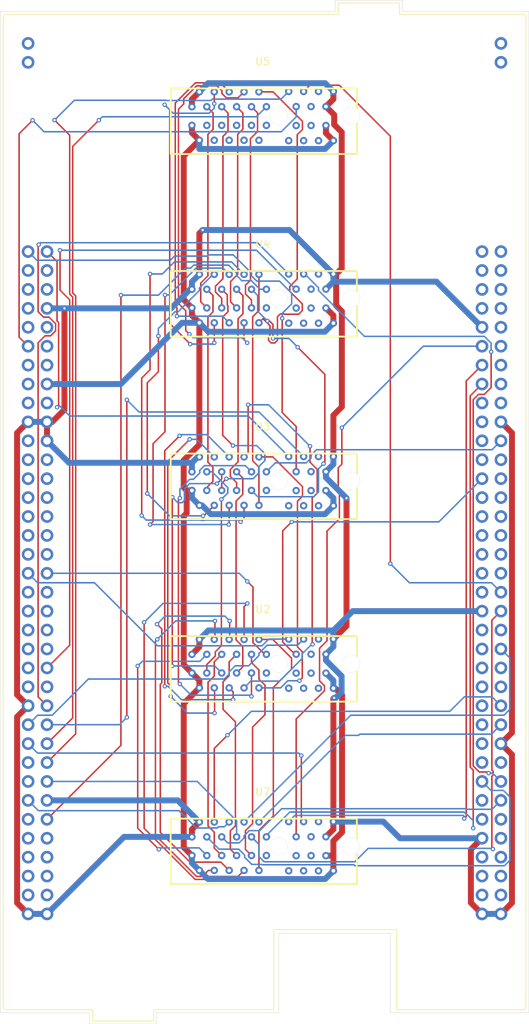
<source format=kicad_pcb>
(kicad_pcb (version 20241229) (generator "pcbnew") (generator_version "9.0")
  (layers (0 "F.Cu" signal) (2 "B.Cu" signal) (13 "F.Paste" user) (15 "B.Paste" user) (5 "F.SilkS" user "F.Silkscreen") (7 "B.SilkS" user "B.Silkscreen") (1 "F.Mask" user) (3 "B.Mask" user) (25 "Edge.Cuts" user))
  (net 0 "")
  (net 1 "/SPI_2_Mosi")
  (net 7 "/GND")
  (net 19 "/SPI_5_Miso")
  (net 21 "/SPI_3_Mosi")
  (net 22 "/SPI_2_CLK")
  (net 27 "/SPI_1_CLK")
  (net 31 "/SPI_4_Miso")
  (net 33 "/P1")
  (net 37 "/CS8")
  (net 41 "/SPI_3_CLK")
  (net 47 "/SPI_1_Miso")
  (net 53 "/CS4")
  (net 55 "/P4")
  (net 56 "/CS7")
  (net 57 "/CS5")
  (net 58 "/SPI_5_CLK")
  (net 61 "/P2")
  (net 73 "/CS2")
  (net 81 "/P3")
  (net 86 "/SPI_4_CLK")
  (net 90 "/CS3")
  (net 93 "/SPI_3_Miso")
  (net 98 "/SPI_4_Mosi")
  (net 99 "/SPI_1_Mosi")
  (net 101 "/3.3V")
  (net 108 "/CS1")
  (net 110 "/CS6")
  (net 115 "/SPI_2_Miso")
  (net 121 "/P5")
  (net 129 "/SPI_5_Mosi")
  (net 131 "Net-(U2-PadB9)")
  (net 132 "Net-(U2-PadB10)")
  (net 133 "Net-(U2-PadA6)")
  (net 135 "Net-(U2-PadA9)")
  (net 137 "Net-(U2-PadB4)")
  (net 138 "Net-(U2-PadB6)")
  (net 139 "Net-(U2-PadB3)")
  (net 140 "Net-(U2-PadA4)")
  (net 142 "Net-(U2-PadB5)")
  (net 143 "Net-(U2-PadB7)")
  (net 144 "Net-(U2-PadA5)")
  (net 147 "Net-(U2-PadB8)")
  (net 150 "Net-(U2-PadA7)")
  (net 151 "Net-(U2-PadA3)")
  (net 152 "Net-(U2-PadA8)")
  (net 153 "Net-(U2-PadA10)")
  (net 155 "Net-(U3-PadB5)")
  (net 157 "Net-(U3-PadB10)")
  (net 158 "Net-(U3-PadB8)")
  (net 160 "Net-(U3-PadB3)")
  (net 161 "Net-(U3-PadB7)")
  (net 162 "Net-(U3-PadB4)")
  (net 168 "Net-(U3-PadB6)")
  (net 170 "Net-(U3-PadB9)")
  (net 171 "Net-(U4-PadB9)")
  (net 176 "Net-(U4-PadB5)")
  (net 179 "Net-(U4-PadB3)")
  (net 181 "Net-(U4-PadB6)")
  (net 182 "Net-(U4-PadB8)")
  (net 183 "Net-(U4-PadB10)")
  (net 185 "Net-(U4-PadB7)")
  (net 186 "Net-(U4-PadB4)")
  (footprint "easyeda:CONN-TH_X3183WV-36B1-46V15" (layer "F.Cu") (at 129.5 125.73)
    (property "Reference" "U2")
    (property "Value" "Module2")
  )
  (footprint "easyeda:CONN-TH_X3183WV-36B1-46V15" (layer "F.Cu") (at 129.5 101.23)
    (property "Reference" "U3")
    (property "Value" "Module3")
  )
  (footprint "Module:ST_Morpho_Connector_144_STLink" (layer "F.Cu") (at 98 70.42)
    (property "Reference" "U1" (hide yes))
    (property "Value" "NUCLEO144-F767ZI" (hide yes))
    (fp_line (start -3.75 -32.24) (end -3.75 102.16) (stroke (width 0.05)) (layer "Edge.Cuts"))
    (fp_line (start -3.75 102.16) (end 8.25 102.16) (stroke (width 0.05)) (layer "Edge.Cuts"))
    (fp_line (start 8.25 102.16) (end 8.25 103.67) (stroke (width 0.05)) (layer "Edge.Cuts"))
    (fp_line (start 8.25 103.67) (end 17.25 103.67) (stroke (width 0.05)) (layer "Edge.Cuts"))
    (fp_line (start 17.25 102.16) (end 17.25 103.67) (stroke (width 0.05)) (layer "Edge.Cuts"))
    (fp_line (start 17.25 102.16) (end 33.66 102.16) (stroke (width 0.05)) (layer "Edge.Cuts"))
    (fp_line (start 33.66 91.5) (end 33.66 102.16) (stroke (width 0.05)) (layer "Edge.Cuts"))
    (fp_line (start 33.66 91.5) (end 48.65 91.5) (stroke (width 0.05)) (layer "Edge.Cuts"))
    (fp_line (start 41.25 -33.74) (end 50.25 -33.74) (stroke (width 0.05)) (layer "Edge.Cuts"))
    (fp_line (start 41.25 -32.24) (end -3.75 -32.24) (stroke (width 0.05)) (layer "Edge.Cuts"))
    (fp_line (start 41.25 -32.24) (end 41.25 -33.74) (stroke (width 0.05)) (layer "Edge.Cuts"))
    (fp_line (start 48.65 102.16) (end 48.65 91.5) (stroke (width 0.05)) (layer "Edge.Cuts"))
    (fp_line (start 50.25 -32.24) (end 50.25 -33.74) (stroke (width 0.05)) (layer "Edge.Cuts"))
    (fp_line (start 50.25 -32.24) (end 67.25 -32.24) (stroke (width 0.05)) (layer "Edge.Cuts"))
    (fp_line (start 67.25 102.16) (end 48.65 102.16) (stroke (width 0.05)) (layer "Edge.Cuts"))
    (fp_line (start 67.25 102.16) (end 67.25 -32.24) (stroke (width 0.05)) (layer "Edge.Cuts"))
  )
  (footprint "easyeda:CONN-TH_X3183WV-36B1-46V15" (layer "F.Cu") (at 129.5 150.23)
    (property "Reference" "U7")
    (property "Value" "Module1")
  )
  (footprint "easyeda:CONN-TH_X3183WV-36B1-46V15" (layer "F.Cu") (at 129.5 52.23)
    (property "Reference" "U5")
    (property "Value" "Module5")
  )
  (footprint "easyeda:CONN-TH_X3183WV-36B1-46V15" (layer "F.Cu") (at 129.5 76.73)
    (property "Reference" "U4")
    (property "Value" "Module4")
  )
  (segment (start 128.1983 122.8944) (end 129.7839 124.48) (width 0.2) (layer "F.Cu") (net 1))
  (segment (start 129.7839 124.48) (end 130 124.48) (width 0.2) (layer "F.Cu") (net 1))
  (segment (start 128.1983 115.4494) (end 128.1983 122.8944) (width 0.2) (layer "F.Cu") (net 1))
  (segment (start 127.441 114.6921) (end 128.1983 115.4494) (width 0.2) (layer "F.Cu") (net 1))
  (via (at 127.441 114.6921) (size 0.6) (drill 0.3) (layers "F.Cu" "B.Cu") (net 1))
  (segment (start 100.54 113.6) (end 126.3489 113.6) (width 0.2) (layer "B.Cu") (net 1))
  (segment (start 126.3489 113.6) (end 127.441 114.6921) (width 0.2) (layer "B.Cu") (net 1))
  (segment (start 120 124.48) (end 121 123.48) (width 0.8) (layer "F.Cu") (net 7))
  (segment (start 140.1338 91.2639) (end 139 92.3977) (width 0.8) (layer "F.Cu") (net 7))
  (segment (start 162.9796 134.9804) (end 161.5 136.46) (width 0.8) (layer "F.Cu") (net 7))
  (segment (start 138 50.96) (end 139.1017 52.0617) (width 0.8) (layer "F.Cu") (net 7))
  (segment (start 102.882 78.04) (end 102.882 91.6321) (width 0.8) (layer "F.Cu") (net 7))
  (segment (start 139.3733 73.43) (end 139.3733 77.6692) (width 0.8) (layer "F.Cu") (net 7))
  (segment (start 101.2341 93.28) (end 100.54 93.28) (width 0.8) (layer "F.Cu") (net 7))
  (segment (start 139.1022 130.3205) (end 139 130.4227) (width 0.8) (layer "F.Cu") (net 7))
  (segment (start 96.5163 129.8963) (end 96.5163 94.7637) (width 0.8) (layer "F.Cu") (net 7))
  (segment (start 140.1172 54.3866) (end 140.1172 72.6861) (width 0.8) (layer "F.Cu") (net 7))
  (segment (start 139 92.3977) (end 139 97.93) (width 0.8) (layer "F.Cu") (net 7))
  (segment (start 161.5 93.28) (end 162.9796 94.7596) (width 0.8) (layer "F.Cu") (net 7))
  (segment (start 98 131.38) (end 96.5163 129.8963) (width 0.8) (layer "F.Cu") (net 7))
  (segment (start 120 148.98) (end 120 147.98) (width 0.8) (layer "F.Cu") (net 7))
  (segment (start 139 48.93) (end 139 49.96) (width 0.8) (layer "F.Cu") (net 7))
  (segment (start 96.5204 132.8596) (end 96.5204 157.8404) (width 0.8) (layer "F.Cu") (net 7))
  (segment (start 140.7612 120.6688) (end 140.7612 103.5151) (width 0.8) (layer "F.Cu") (net 7))
  (segment (start 139.3733 77.6692) (end 140.1338 78.4297) (width 0.8) (layer "F.Cu") (net 7))
  (segment (start 162.9796 157.8404) (end 161.5 159.32) (width 0.8) (layer "F.Cu") (net 7))
  (segment (start 121 123.48) (end 121 122.48) (width 0.8) (layer "F.Cu") (net 7))
  (segment (start 96.5204 157.8404) (end 98 159.32) (width 0.8) (layer "F.Cu") (net 7))
  (segment (start 121.446 67.5289) (end 121 67.9749) (width 0.8) (layer "F.Cu") (net 7))
  (segment (start 139 147.96) (end 139 146.93) (width 0.8) (layer "F.Cu") (net 7))
  (segment (start 121 48.98) (end 120 49.98) (width 0.8) (layer "F.Cu") (net 7))
  (segment (start 161.5 136.46) (end 162.9796 137.9396) (width 0.8) (layer "F.Cu") (net 7))
  (segment (start 120 49.98) (end 120 50.98) (width 0.8) (layer "F.Cu") (net 7))
  (segment (start 96.5163 94.7637) (end 98 93.28) (width 0.8) (layer "F.Cu") (net 7))
  (segment (start 120 147.98) (end 121 146.98) (width 0.8) (layer "F.Cu") (net 7))
  (segment (start 139 49.96) (end 138 50.96) (width 0.8) (layer "F.Cu") (net 7))
  (segment (start 139.1017 52.0617) (end 139.1017 53.3711) (width 0.8) (layer "F.Cu") (net 7))
  (segment (start 139.1017 53.3711) (end 140.1172 54.3866) (width 0.8) (layer "F.Cu") (net 7))
  (segment (start 140.1338 78.4297) (end 140.1338 91.2639) (width 0.8) (layer "F.Cu") (net 7))
  (segment (start 102.882 91.6321) (end 101.2341 93.28) (width 0.8) (layer "F.Cu") (net 7))
  (segment (start 158.96 159.32) (end 157.4657 157.8257) (width 0.8) (layer "F.Cu") (net 7))
  (segment (start 139 122.43) (end 140.7612 120.6688) (width 0.8) (layer "F.Cu") (net 7))
  (segment (start 157.4657 157.8257) (end 157.4657 150.6543) (width 0.8) (layer "F.Cu") (net 7))
  (segment (start 100.54 93.28) (end 100.54 95.82) (width 0.8) (layer "F.Cu") (net 7))
  (segment (start 139 73.43) (end 139.3733 73.43) (width 0.8) (layer "F.Cu") (net 7))
  (segment (start 162.9796 94.7596) (end 162.9796 134.9804) (width 0.8) (layer "F.Cu") (net 7))
  (segment (start 157.4657 150.6543) (end 158.96 149.16) (width 0.8) (layer "F.Cu") (net 7))
  (segment (start 98 131.38) (end 96.5204 132.8596) (width 0.8) (layer "F.Cu") (net 7))
  (segment (start 121.4414 67.5289) (end 121.446 67.5289) (width 0.8) (layer "F.Cu") (net 7))
  (segment (start 121.446 67.5289) (end 121.4414 67.5289) (width 0.8) (layer "F.Cu") (net 7))
  (segment (start 138 148.96) (end 139 147.96) (width 0.8) (layer "F.Cu") (net 7))
  (segment (start 140.1172 72.6861) (end 139.3733 73.43) (width 0.8) (layer "F.Cu") (net 7))
  (segment (start 121 67.9749) (end 121 73.48) (width 0.8) (layer "F.Cu") (net 7))
  (segment (start 139 130.4227) (end 139 146.93) (width 0.8) (layer "F.Cu") (net 7))
  (segment (start 162.9796 137.9396) (end 162.9796 157.8404) (width 0.8) (layer "F.Cu") (net 7))
  (via (at 121.446 67.5289) (size 0.6) (drill 0.3) (layers "F.Cu" "B.Cu") (net 7))
  (via (at 140.7612 103.5151) (size 0.6) (drill 0.3) (layers "F.Cu" "B.Cu") (net 7))
  (via (at 139.1022 130.3205) (size 0.6) (drill 0.3) (layers "F.Cu" "B.Cu") (net 7))
  (via (at 102.882 78.04) (size 0.6) (drill 0.3) (layers "F.Cu" "B.Cu") (net 7))
  (segment (start 137.8953 47.8253) (end 122.1547 47.8253) (width 0.8) (layer "B.Cu") (net 7))
  (segment (start 139 123.46) (end 139 122.43) (width 0.8) (layer "B.Cu") (net 7))
  (segment (start 100.54 95.82) (end 103.4886 98.7686) (width 0.8) (layer "B.Cu") (net 7))
  (segment (start 138 99.96) (end 139 98.96) (width 0.8) (layer "B.Cu") (net 7))
  (segment (start 139 48.93) (end 137.8953 47.8253) (width 0.8) (layer "B.Cu") (net 7))
  (segment (start 138 125.2959) (end 140.1017 127.3976) (width 0.8) (layer "B.Cu") (net 7))
  (segment (start 102.882 78.04) (end 100.54 78.04) (width 0.8) (layer "B.Cu") (net 7))
  (segment (start 121.4414 67.5289) (end 121.446 67.5289) (width 0.8) (layer "B.Cu") (net 7))
  (segment (start 158.96 118.68) (end 141.5945 118.68) (width 0.8) (layer "B.Cu") (net 7))
  (segment (start 140.7612 103.5151) (end 138 100.7539) (width 0.8) (layer "B.Cu") (net 7))
  (segment (start 120 99.98) (end 120 98.7686) (width 0.8) (layer "B.Cu") (net 7))
  (segment (start 122.2055 121.2745) (end 139 121.2745) (width 0.8) (layer "B.Cu") (net 7))
  (segment (start 120 75.48) (end 119.7576 75.48) (width 0.8) (layer "B.Cu") (net 7))
  (segment (start 152.84 74.46) (end 158.96 80.58) (width 0.8) (layer "B.Cu") (net 7))
  (segment (start 120 74.48) (end 121 73.48) (width 0.8) (layer "B.Cu") (net 7))
  (segment (start 120 148.98) (end 110.88 148.98) (width 0.8) (layer "B.Cu") (net 7))
  (segment (start 120 98.7686) (end 120.7886 97.98) (width 0.8) (layer "B.Cu") (net 7))
  (segment (start 139.3041 130.3205) (end 139.1022 130.3205) (width 0.8) (layer "B.Cu") (net 7))
  (segment (start 133.0989 67.5289) (end 121.446 67.5289) (width 0.8) (layer "B.Cu") (net 7))
  (segment (start 119.7576 75.48) (end 117.1976 78.04) (width 0.8) (layer "B.Cu") (net 7))
  (segment (start 139 73.43) (end 133.0989 67.5289) (width 0.8) (layer "B.Cu") (net 7))
  (segment (start 140.1017 129.5229) (end 139.3041 130.3205) (width 0.8) (layer "B.Cu") (net 7))
  (segment (start 138 124.46) (end 138 125.2959) (width 0.8) (layer "B.Cu") (net 7))
  (segment (start 120.7886 97.98) (end 121 97.98) (width 0.8) (layer "B.Cu") (net 7))
  (segment (start 139 74.46) (end 152.84 74.46) (width 0.8) (layer "B.Cu") (net 7))
  (segment (start 139 74.46) (end 139 73.43) (width 0.8) (layer "B.Cu") (net 7))
  (segment (start 121 122.48) (end 122.2055 121.2745) (width 0.8) (layer "B.Cu") (net 7))
  (segment (start 98 93.28) (end 100.54 93.28) (width 0.8) (layer "B.Cu") (net 7))
  (segment (start 161.5 159.32) (end 158.96 159.32) (width 0.8) (layer "B.Cu") (net 7))
  (segment (start 140.1017 127.3976) (end 140.1017 129.5229) (width 0.8) (layer "B.Cu") (net 7))
  (segment (start 138 100.7539) (end 138 99.96) (width 0.8) (layer "B.Cu") (net 7))
  (segment (start 158.96 149.16) (end 147.9344 149.16) (width 0.8) (layer "B.Cu") (net 7))
  (segment (start 121.446 67.5289) (end 121.4414 67.5289) (width 0.8) (layer "B.Cu") (net 7))
  (segment (start 139 98.96) (end 139 97.93) (width 0.8) (layer "B.Cu") (net 7))
  (segment (start 100.54 159.32) (end 98 159.32) (width 0.8) (layer "B.Cu") (net 7))
  (segment (start 122.1547 47.8253) (end 121 48.98) (width 0.8) (layer "B.Cu") (net 7))
  (segment (start 138 75.46) (end 139 74.46) (width 0.8) (layer "B.Cu") (net 7))
  (segment (start 110.88 148.98) (end 100.54 159.32) (width 0.8) (layer "B.Cu") (net 7))
  (segment (start 147.9344 149.16) (end 145.7044 146.93) (width 0.8) (layer "B.Cu") (net 7))
  (segment (start 138 124.46) (end 139 123.46) (width 0.8) (layer "B.Cu") (net 7))
  (segment (start 120 75.48) (end 120 74.48) (width 0.8) (layer "B.Cu") (net 7))
  (segment (start 100.54 144.08) (end 118.1 144.08) (width 0.8) (layer "B.Cu") (net 7))
  (segment (start 139 121.2745) (end 139 122.43) (width 0.8) (layer "B.Cu") (net 7))
  (segment (start 103.4886 98.7686) (end 120 98.7686) (width 0.8) (layer "B.Cu") (net 7))
  (segment (start 117.1976 78.04) (end 102.882 78.04) (width 0.8) (layer "B.Cu") (net 7))
  (segment (start 118.1 144.08) (end 121 146.98) (width 0.8) (layer "B.Cu") (net 7))
  (segment (start 141.5945 118.68) (end 139 121.2745) (width 0.8) (layer "B.Cu") (net 7))
  (segment (start 145.7044 146.93) (end 139 146.93) (width 0.8) (layer "B.Cu") (net 7))
  (segment (start 100.54 136.46) (end 103.9854 133.0146) (width 0.2) (layer "F.Cu") (net 19))
  (segment (start 103.9854 76.5272) (end 103.5837 76.1255) (width 0.2) (layer "F.Cu") (net 19))
  (segment (start 103.9854 133.0146) (end 103.9854 76.5272) (width 0.2) (layer "F.Cu") (net 19))
  (segment (start 103.5837 54.8074) (end 101.5479 52.7716) (width 0.2) (layer "F.Cu") (net 19))
  (segment (start 103.5837 76.1255) (end 103.5837 54.8074) (width 0.2) (layer "F.Cu") (net 19))
  (via (at 101.5479 52.7716) (size 0.6) (drill 0.3) (layers "F.Cu" "B.Cu") (net 19))
  (segment (start 104.2057 50.1138) (end 101.5479 52.7716) (width 0.2) (layer "B.Cu") (net 19))
  (segment (start 131.9707 49.9593) (end 122.7509 49.9593) (width 0.2) (layer "B.Cu") (net 19))
  (segment (start 122.7509 49.9593) (end 122.5682 50.142) (width 0.2) (layer "B.Cu") (net 19))
  (segment (start 116.6138 50.142) (end 116.5856 50.1138) (width 0.2) (layer "B.Cu") (net 19))
  (segment (start 133 48.93) (end 131.9707 49.9593) (width 0.2) (layer "B.Cu") (net 19))
  (segment (start 122.5682 50.142) (end 116.6138 50.142) (width 0.2) (layer "B.Cu") (net 19))
  (segment (start 116.5856 50.1138) (end 104.2057 50.1138) (width 0.2) (layer "B.Cu") (net 19))
  (segment (start 135.3519 98.7802) (end 136 98.1321) (width 0.2) (layer "B.Cu") (net 21))
  (segment (start 130 99.98) (end 131.1998 98.7802) (width 0.2) (layer "B.Cu") (net 21))
  (segment (start 136 97.7544) (end 136.7399 97.0145) (width 0.2) (layer "B.Cu") (net 21))
  (segment (start 131.1998 98.7802) (end 135.3519 98.7802) (width 0.2) (layer "B.Cu") (net 21))
  (segment (start 136 98.1321) (end 136 97.7544) (width 0.2) (layer "B.Cu") (net 21))
  (segment (start 160.3055 97.0145) (end 161.5 95.82) (width 0.2) (layer "B.Cu") (net 21))
  (segment (start 136.7399 97.0145) (end 160.3055 97.0145) (width 0.2) (layer "B.Cu") (net 21))
  (segment (start 133.8271 124.46) (end 132.1921 122.825) (width 0.2) (layer "F.Cu") (net 22))
  (segment (start 134 124.46) (end 133.8271 124.46) (width 0.2) (layer "F.Cu") (net 22))
  (segment (start 132.1921 107.9) (end 133.3961 106.696) (width 0.2) (layer "F.Cu") (net 22))
  (segment (start 132.1921 122.825) (end 132.1921 107.9) (width 0.2) (layer "F.Cu") (net 22))
  (via (at 133.3961 106.696) (size 0.6) (drill 0.3) (layers "F.Cu" "B.Cu") (net 22))
  (segment (start 153.164 106.696) (end 158.96 100.9) (width 0.2) (layer "B.Cu") (net 22))
  (segment (start 133.3961 106.696) (end 153.164 106.696) (width 0.2) (layer "B.Cu") (net 22))
  (segment (start 137.8017 129.3622) (end 137.8017 128.6978) (width 0.2) (layer "F.Cu") (net 27))
  (segment (start 137.1415 128.0376) (end 137.1415 123.6601) (width 0.2) (layer "F.Cu") (net 27))
  (segment (start 137.1415 123.6601) (end 138.1416 122.66) (width 0.2) (layer "F.Cu") (net 27))
  (segment (start 140.1339 98.9578) (end 140.1339 94.0582) (width 0.2) (layer "F.Cu") (net 27))
  (segment (start 139.8052 102.9601) (end 139.65 102.8049) (width 0.2) (layer "F.Cu") (net 27))
  (segment (start 134 133.1639) (end 137.8017 129.3622) (width 0.2) (layer "F.Cu") (net 27))
  (segment (start 139.8052 106.2784) (end 139.8052 102.9601) (width 0.2) (layer "F.Cu") (net 27))
  (segment (start 138.1416 107.942) (end 139.8052 106.2784) (width 0.2) (layer "F.Cu") (net 27))
  (segment (start 134 148.96) (end 134 133.1639) (width 0.2) (layer "F.Cu") (net 27))
  (segment (start 137.8017 128.6978) (end 137.1415 128.0376) (width 0.2) (layer "F.Cu") (net 27))
  (segment (start 139.65 102.8049) (end 139.65 99.4417) (width 0.2) (layer "F.Cu") (net 27))
  (segment (start 138.1416 122.66) (end 138.1416 107.942) (width 0.2) (layer "F.Cu") (net 27))
  (segment (start 139.65 99.4417) (end 140.1339 98.9578) (width 0.2) (layer "F.Cu") (net 27))
  (via (at 140.1339 94.0582) (size 0.6) (drill 0.3) (layers "F.Cu" "B.Cu") (net 27))
  (segment (start 158.96 83.12) (end 151.0721 83.12) (width 0.2) (layer "B.Cu") (net 27))
  (segment (start 151.0721 83.12) (end 140.1339 94.0582) (width 0.2) (layer "B.Cu") (net 27))
  (segment (start 101.0171 81.7317) (end 101.6917 81.0571) (width 0.2) (layer "F.Cu") (net 31))
  (segment (start 100.2679 81.7317) (end 101.0171 81.7317) (width 0.2) (layer "F.Cu") (net 31))
  (segment (start 100.54 131.38) (end 99.3437 130.1837) (width 0.2) (layer "F.Cu") (net 31))
  (segment (start 100.0764 79.2205) (end 99.3437 78.4878) (width 0.2) (layer "F.Cu") (net 31))
  (segment (start 99.3437 69.56) (end 99.4175 69.4862) (width 0.2) (layer "F.Cu") (net 31))
  (segment (start 101.6917 80.1029) (end 100.8093 79.2205) (width 0.2) (layer "F.Cu") (net 31))
  (segment (start 99.3437 130.1837) (end 99.3437 82.6559) (width 0.2) (layer "F.Cu") (net 31))
  (segment (start 99.3437 82.6559) (end 100.2679 81.7317) (width 0.2) (layer "F.Cu") (net 31))
  (segment (start 101.6917 81.0571) (end 101.6917 80.1029) (width 0.2) (layer "F.Cu") (net 31))
  (segment (start 100.8093 79.2205) (end 100.0764 79.2205) (width 0.2) (layer "F.Cu") (net 31))
  (segment (start 99.3437 78.4878) (end 99.3437 69.56) (width 0.2) (layer "F.Cu") (net 31))
  (via (at 99.4175 69.4862) (size 0.6) (drill 0.3) (layers "F.Cu" "B.Cu") (net 31))
  (segment (start 99.6724 69.2313) (end 128.8013 69.2313) (width 0.2) (layer "B.Cu") (net 31))
  (segment (start 128.8013 69.2313) (end 133 73.43) (width 0.2) (layer "B.Cu") (net 31))
  (segment (start 99.4175 69.4862) (end 99.6724 69.2313) (width 0.2) (layer "B.Cu") (net 31))
  (segment (start 135 146.93) (end 134.6939 146.6239) (width 0.2) (layer "F.Cu") (net 33))
  (segment (start 134.6939 146.6239) (end 134.6939 138.0713) (width 0.2) (layer "F.Cu") (net 33))
  (via (at 134.6939 138.0713) (size 0.6) (drill 0.3) (layers "F.Cu" "B.Cu") (net 33))
  (segment (start 99.27 137.73) (end 98 136.46) (width 0.2) (layer "B.Cu") (net 33))
  (segment (start 134.6939 138.0713) (end 134.3526 137.73) (width 0.2) (layer "B.Cu") (net 33))
  (segment (start 134.3526 137.73) (end 99.27 137.73) (width 0.2) (layer "B.Cu") (net 33))
  (segment (start 140.6237 135.3563) (end 142.3829 135.3563) (width 0.2) (layer "B.Cu") (net 37))
  (segment (start 129 146.98) (end 140.6237 135.3563) (width 0.2) (layer "B.Cu") (net 37))
  (segment (start 142.3829 135.3563) (end 142.5477 135.1915) (width 0.2) (layer "B.Cu") (net 37))
  (segment (start 160.2285 135.1915) (end 161.5 133.92) (width 0.2) (layer "B.Cu") (net 37))
  (segment (start 142.5477 135.1915) (end 160.2285 135.1915) (width 0.2) (layer "B.Cu") (net 37))
  (segment (start 142.3829 135.3563) (end 142.5477 135.1915) (width 0.2) (layer "B.Cu") (net 37))
  (segment (start 132.1231 79.383) (end 132.1231 92.0258) (width 0.2) (layer "F.Cu") (net 41))
  (segment (start 132.1231 92.0258) (end 134 93.9027) (width 0.2) (layer "F.Cu") (net 41))
  (segment (start 134 93.9027) (end 134 99.96) (width 0.2) (layer "F.Cu") (net 41))
  (via (at 132.1231 79.383) (size 0.6) (drill 0.3) (layers "F.Cu" "B.Cu") (net 41))
  (segment (start 122.0611 71.029) (end 117.658 71.029) (width 0.2) (layer "B.Cu") (net 41))
  (segment (start 99.1609 71.5809) (end 98 70.42) (width 0.2) (layer "B.Cu") (net 41))
  (segment (start 117.1061 71.5809) (end 99.1609 71.5809) (width 0.2) (layer "B.Cu") (net 41))
  (segment (start 122.2274 70.8627) (end 122.0611 71.029) (width 0.2) (layer "B.Cu") (net 41))
  (segment (start 132.1231 78.7137) (end 133.3935 77.4433) (width 0.2) (layer "B.Cu") (net 41))
  (segment (start 128 73.308) (end 125.5547 70.8627) (width 0.2) (layer "B.Cu") (net 41))
  (segment (start 128.7064 74.3831) (end 128 73.6767) (width 0.2) (layer "B.Cu") (net 41))
  (segment (start 133.3935 76.0094) (end 131.7672 74.3831) (width 0.2) (layer "B.Cu") (net 41))
  (segment (start 117.2724 71.4146) (end 117.1061 71.5809) (width 0.2) (layer "B.Cu") (net 41))
  (segment (start 125.5547 70.8627) (end 122.2274 70.8627) (width 0.2) (layer "B.Cu") (net 41))
  (segment (start 117.2724 71.4146) (end 117.1061 71.5809) (width 0.2) (layer "B.Cu") (net 41))
  (segment (start 131.7672 74.3831) (end 128.7064 74.3831) (width 0.2) (layer "B.Cu") (net 41))
  (segment (start 122.2274 70.8627) (end 122.0611 71.029) (width 0.2) (layer "B.Cu") (net 41))
  (segment (start 133.3935 77.4433) (end 133.3935 76.0094) (width 0.2) (layer "B.Cu") (net 41))
  (segment (start 128 73.6767) (end 128 73.308) (width 0.2) (layer "B.Cu") (net 41))
  (segment (start 117.658 71.029) (end 117.2724 71.4146) (width 0.2) (layer "B.Cu") (net 41))
  (segment (start 132.1231 79.383) (end 132.1231 78.7137) (width 0.2) (layer "B.Cu") (net 41))
  (segment (start 156.8379 87.7821) (end 156.8379 146.2522) (width 0.2) (layer "F.Cu") (net 47))
  (segment (start 156.8379 146.2522) (end 156.5719 146.5182) (width 0.2) (layer "F.Cu") (net 47))
  (segment (start 158.96 85.66) (end 156.8379 87.7821) (width 0.2) (layer "F.Cu") (net 47))
  (via (at 156.5719 146.5182) (size 0.6) (drill 0.3) (layers "F.Cu" "B.Cu") (net 47))
  (segment (start 156.7135 146.3766) (end 156.5719 146.5182) (width 0.2) (layer "B.Cu") (net 47))
  (segment (start 156.5049 146.1681) (end 156.7135 146.3766) (width 0.2) (layer "B.Cu") (net 47))
  (segment (start 156.5049 146.1681) (end 156.7135 146.3766) (width 0.2) (layer "B.Cu") (net 47))
  (segment (start 156.4376 146.1008) (end 156.5049 146.1681) (width 0.2) (layer "B.Cu") (net 47))
  (segment (start 133.8292 146.1008) (end 156.4376 146.1008) (width 0.2) (layer "B.Cu") (net 47))
  (segment (start 133 146.93) (end 133.8292 146.1008) (width 0.2) (layer "B.Cu") (net 47))
  (segment (start 123.405 147.787) (end 120.5958 147.787) (width 0.2) (layer "B.Cu") (net 53))
  (segment (start 124.3578 147.6222) (end 123.5698 147.6222) (width 0.2) (layer "B.Cu") (net 53))
  (segment (start 118.2707 145.4619) (end 99.3819 145.4619) (width 0.2) (layer "B.Cu") (net 53))
  (segment (start 125 146.98) (end 124.3578 147.6222) (width 0.2) (layer "B.Cu") (net 53))
  (segment (start 123.5698 147.6222) (end 123.405 147.787) (width 0.2) (layer "B.Cu") (net 53))
  (segment (start 99.3819 145.4619) (end 98 144.08) (width 0.2) (layer "B.Cu") (net 53))
  (segment (start 120.5958 147.787) (end 118.2707 145.4619) (width 0.2) (layer "B.Cu") (net 53))
  (segment (start 123.5698 147.6222) (end 123.405 147.787) (width 0.2) (layer "B.Cu") (net 53))
  (segment (start 160.1838 88.6646) (end 159.2601 89.5883) (width 0.2) (layer "F.Cu") (net 55))
  (segment (start 159.2601 89.5883) (end 158.483 89.5883) (width 0.2) (layer "F.Cu") (net 55))
  (segment (start 157.7756 90.2957) (end 157.7756 139.4545) (width 0.2) (layer "F.Cu") (net 55))
  (segment (start 160.1838 83.8711) (end 160.1838 88.6646) (width 0.2) (layer "F.Cu") (net 55))
  (segment (start 158.483 89.5883) (end 157.7756 90.2957) (width 0.2) (layer "F.Cu") (net 55))
  (segment (start 159.6997 140.27) (end 159.8484 140.4187) (width 0.2) (layer "F.Cu") (net 55))
  (segment (start 157.7756 139.4545) (end 158.5911 140.27) (width 0.2) (layer "F.Cu") (net 55))
  (segment (start 158.5911 140.27) (end 159.6997 140.27) (width 0.2) (layer "F.Cu") (net 55))
  (via (at 160.1838 83.8711) (size 0.6) (drill 0.3) (layers "F.Cu" "B.Cu") (net 55))
  (via (at 159.8484 140.4187) (size 0.6) (drill 0.3) (layers "F.Cu" "B.Cu") (net 55))
  (segment (start 160.1838 82.7082) (end 159.2794 81.8038) (width 0.2) (layer "B.Cu") (net 55))
  (segment (start 160.3787 140.4187) (end 161.5 141.54) (width 0.2) (layer "B.Cu") (net 55))
  (segment (start 143.1693 81.8038) (end 137 75.6345) (width 0.2) (layer "B.Cu") (net 55))
  (segment (start 135.1571 73.43) (end 135 73.43) (width 0.2) (layer "B.Cu") (net 55))
  (segment (start 159.8484 140.4187) (end 160.3787 140.4187) (width 0.2) (layer "B.Cu") (net 55))
  (segment (start 137 75.6345) (end 137 75.2729) (width 0.2) (layer "B.Cu") (net 55))
  (segment (start 137 75.2729) (end 135.1571 73.43) (width 0.2) (layer "B.Cu") (net 55))
  (segment (start 159.2794 81.8038) (end 143.1693 81.8038) (width 0.2) (layer "B.Cu") (net 55))
  (segment (start 160.1838 83.8711) (end 160.1838 82.7082) (width 0.2) (layer "B.Cu") (net 55))
  (segment (start 160.4168 150.6167) (end 160.2812 150.4811) (width 0.2) (layer "F.Cu") (net 56))
  (segment (start 160.2812 150.4811) (end 160.2812 140.8368) (width 0.2) (layer "F.Cu") (net 56))
  (segment (start 160.2812 140.8368) (end 160.4501 140.6679) (width 0.2) (layer "F.Cu") (net 56))
  (segment (start 160.4501 140.1695) (end 160.2812 140.0006) (width 0.2) (layer "F.Cu") (net 56))
  (segment (start 160.2812 119.8988) (end 161.5 118.68) (width 0.2) (layer "F.Cu") (net 56))
  (segment (start 160.4501 140.6679) (end 160.4501 140.1695) (width 0.2) (layer "F.Cu") (net 56))
  (segment (start 160.2812 140.0006) (end 160.2812 119.8988) (width 0.2) (layer "F.Cu") (net 56))
  (via (at 160.4168 150.6167) (size 0.6) (drill 0.3) (layers "F.Cu" "B.Cu") (net 56))
  (segment (start 143.6666 150.5233) (end 141.8682 152.3217) (width 0.2) (layer "B.Cu") (net 56))
  (segment (start 129.6932 152.3217) (end 129 151.6285) (width 0.2) (layer "B.Cu") (net 56))
  (segment (start 141.8682 152.3217) (end 129.6932 152.3217) (width 0.2) (layer "B.Cu") (net 56))
  (segment (start 160.3234 150.5233) (end 143.6666 150.5233) (width 0.2) (layer "B.Cu") (net 56))
  (segment (start 129 151.6285) (end 129 149.98) (width 0.2) (layer "B.Cu") (net 56))
  (segment (start 129 149.98) (end 128 148.98) (width 0.2) (layer "B.Cu") (net 56))
  (segment (start 160.4168 150.6167) (end 160.3234 150.5233) (width 0.2) (layer "B.Cu") (net 56))
  (segment (start 126 146.8239) (end 126 148.98) (width 0.2) (layer "B.Cu") (net 57))
  (segment (start 120.7161 141.54) (end 126 146.8239) (width 0.2) (layer "B.Cu") (net 57))
  (segment (start 100.54 141.54) (end 120.7161 141.54) (width 0.2) (layer "B.Cu") (net 57))
  (segment (start 96.7899 54.6006) (end 96.7899 81.9099) (width 0.2) (layer "F.Cu") (net 58))
  (segment (start 96.7899 81.9099) (end 98 83.12) (width 0.2) (layer "F.Cu") (net 58))
  (segment (start 98.6001 52.7904) (end 96.7899 54.6006) (width 0.2) (layer "F.Cu") (net 58))
  (via (at 98.6001 52.7904) (size 0.6) (drill 0.3) (layers "F.Cu" "B.Cu") (net 58))
  (segment (start 100.1464 54.3367) (end 132.0074 54.3367) (width 0.2) (layer "B.Cu") (net 58))
  (segment (start 134 52.3441) (end 134 50.96) (width 0.2) (layer "B.Cu") (net 58))
  (segment (start 132.0074 54.3367) (end 134 52.3441) (width 0.2) (layer "B.Cu") (net 58))
  (segment (start 98.6001 52.7904) (end 100.1464 54.3367) (width 0.2) (layer "B.Cu") (net 58))
  (segment (start 99.27 132.65) (end 98 133.92) (width 0.2) (layer "B.Cu") (net 61))
  (segment (start 124.3522 127.791) (end 106.101 127.791) (width 0.2) (layer "B.Cu") (net 61))
  (segment (start 101.242 132.65) (end 99.27 132.65) (width 0.2) (layer "B.Cu") (net 61))
  (segment (start 135 122.43) (end 134.1783 123.2517) (width 0.2) (layer "B.Cu") (net 61))
  (segment (start 129 124.643) (end 127.6259 126.0171) (width 0.2) (layer "B.Cu") (net 61))
  (segment (start 130.0945 123.2517) (end 129 124.3462) (width 0.2) (layer "B.Cu") (net 61))
  (segment (start 106.101 127.791) (end 101.242 132.65) (width 0.2) (layer "B.Cu") (net 61))
  (segment (start 125 127.1432) (end 124.3522 127.791) (width 0.2) (layer "B.Cu") (net 61))
  (segment (start 125.8116 126.0171) (end 125 126.8287) (width 0.2) (layer "B.Cu") (net 61))
  (segment (start 134.1783 123.2517) (end 130.0945 123.2517) (width 0.2) (layer "B.Cu") (net 61))
  (segment (start 127.6259 126.0171) (end 125.8116 126.0171) (width 0.2) (layer "B.Cu") (net 61))
  (segment (start 129 124.3462) (end 129 124.643) (width 0.2) (layer "B.Cu") (net 61))
  (segment (start 125 126.8287) (end 125 127.1432) (width 0.2) (layer "B.Cu") (net 61))
  (segment (start 123 137.1056) (end 124.7796 135.326) (width 0.2) (layer "F.Cu") (net 73))
  (segment (start 123 146.98) (end 123 137.1056) (width 0.2) (layer "F.Cu") (net 73))
  (via (at 124.7796 135.326) (size 0.6) (drill 0.3) (layers "F.Cu" "B.Cu") (net 73))
  (segment (start 154.64 132.1298) (end 156.5804 130.1894) (width 0.2) (layer "B.Cu") (net 73))
  (segment (start 127.9758 132.1298) (end 154.64 132.1298) (width 0.2) (layer "B.Cu") (net 73))
  (segment (start 160.3094 130.1894) (end 161.5 131.38) (width 0.2) (layer "B.Cu") (net 73))
  (segment (start 156.5804 130.1894) (end 160.3094 130.1894) (width 0.2) (layer "B.Cu") (net 73))
  (segment (start 124.7796 135.326) (end 127.9758 132.1298) (width 0.2) (layer "B.Cu") (net 73))
  (segment (start 111.2586 90.3236) (end 111.2586 132.9378) (width 0.2) (layer "F.Cu") (net 81))
  (via (at 111.2586 132.9378) (size 0.6) (drill 0.3) (layers "F.Cu" "B.Cu") (net 81))
  (via (at 111.2586 90.3236) (size 0.6) (drill 0.3) (layers "F.Cu" "B.Cu") (net 81))
  (segment (start 111.2586 90.3236) (end 112.8853 91.9503) (width 0.2) (layer "B.Cu") (net 81))
  (segment (start 110.2764 133.92) (end 111.2586 132.9378) (width 0.2) (layer "B.Cu") (net 81))
  (segment (start 129.0203 91.9503) (end 135 97.93) (width 0.2) (layer "B.Cu") (net 81))
  (segment (start 112.8853 91.9503) (end 129.0203 91.9503) (width 0.2) (layer "B.Cu") (net 81))
  (segment (start 100.54 133.92) (end 110.2764 133.92) (width 0.2) (layer "B.Cu") (net 81))
  (segment (start 103.5837 123.2563) (end 100.54 126.3) (width 0.2) (layer "F.Cu") (net 86))
  (segment (start 103.5837 76.895) (end 103.5837 123.2563) (width 0.2) (layer "F.Cu") (net 86))
  (segment (start 102.2877 70.2487) (end 102.2877 75.599) (width 0.2) (layer "F.Cu") (net 86))
  (segment (start 102.2777 70.2387) (end 102.2877 70.2487) (width 0.2) (layer "F.Cu") (net 86))
  (segment (start 102.2877 75.599) (end 103.5837 76.895) (width 0.2) (layer "F.Cu") (net 86))
  (via (at 102.2777 70.2387) (size 0.6) (drill 0.3) (layers "F.Cu" "B.Cu") (net 86))
  (segment (start 134 75.46) (end 133.8962 75.46) (width 0.2) (layer "B.Cu") (net 86))
  (segment (start 128.6749 70.2387) (end 102.2777 70.2387) (width 0.2) (layer "B.Cu") (net 86))
  (segment (start 133.8962 75.46) (end 128.6749 70.2387) (width 0.2) (layer "B.Cu") (net 86))
  (segment (start 129.1094 148.1368) (end 127.6947 148.1368) (width 0.2) (layer "B.Cu") (net 90))
  (segment (start 161.5 144.08) (end 160.3051 145.2749) (width 0.2) (layer "B.Cu") (net 90))
  (segment (start 126.3384 149.7839) (end 124.8039 149.7839) (width 0.2) (layer "B.Cu") (net 90))
  (segment (start 156.8184 145.2749) (end 156.7394 145.1959) (width 0.2) (layer "B.Cu") (net 90))
  (segment (start 127 149.1223) (end 126.3384 149.7839) (width 0.2) (layer "B.Cu") (net 90))
  (segment (start 156.7394 145.1959) (end 132.0503 145.1959) (width 0.2) (layer "B.Cu") (net 90))
  (segment (start 127.6947 148.1368) (end 127 148.8315) (width 0.2) (layer "B.Cu") (net 90))
  (segment (start 127 148.8315) (end 127 149.1223) (width 0.2) (layer "B.Cu") (net 90))
  (segment (start 160.3051 145.2749) (end 156.8184 145.2749) (width 0.2) (layer "B.Cu") (net 90))
  (segment (start 132.0503 145.1959) (end 129.1094 148.1368) (width 0.2) (layer "B.Cu") (net 90))
  (segment (start 124.8039 149.7839) (end 124 148.98) (width 0.2) (layer "B.Cu") (net 90))
  (segment (start 101.886 79.7292) (end 101.886 71.766) (width 0.2) (layer "F.Cu") (net 93))
  (segment (start 102.0934 91.1046) (end 102.0934 79.9366) (width 0.2) (layer "F.Cu") (net 93))
  (segment (start 102.0934 79.9366) (end 101.886 79.7292) (width 0.2) (layer "F.Cu") (net 93))
  (segment (start 101.8875 91.3105) (end 102.0934 91.1046) (width 0.2) (layer "F.Cu") (net 93))
  (segment (start 101.886 71.766) (end 100.54 70.42) (width 0.2) (layer "F.Cu") (net 93))
  (via (at 101.8875 91.3105) (size 0.6) (drill 0.3) (layers "F.Cu" "B.Cu") (net 93))
  (segment (start 102.0875 91.1105) (end 101.8875 91.3105) (width 0.2) (layer "B.Cu") (net 93))
  (segment (start 102.2201 91.1105) (end 102.0875 91.1105) (width 0.2) (layer "B.Cu") (net 93))
  (segment (start 102.2201 91.1105) (end 103.6032 92.4936) (width 0.2) (layer "B.Cu") (net 93))
  (segment (start 127.5636 92.4936) (end 133 97.93) (width 0.2) (layer "B.Cu") (net 93))
  (segment (start 103.6032 92.4936) (end 127.5636 92.4936) (width 0.2) (layer "B.Cu") (net 93))
  (segment (start 110.4669 136.6931) (end 100.54 146.62) (width 0.2) (layer "F.Cu") (net 98))
  (segment (start 110.4669 76.2691) (end 110.4669 136.6931) (width 0.2) (layer "F.Cu") (net 98))
  (via (at 110.4669 76.2691) (size 0.6) (drill 0.3) (layers "F.Cu" "B.Cu") (net 98))
  (segment (start 119.9981 72.4751) (end 119.8318 72.6414) (width 0.2) (layer "B.Cu") (net 98))
  (segment (start 119.9981 72.4751) (end 119.8318 72.6414) (width 0.2) (layer "B.Cu") (net 98))
  (segment (start 130 75.48) (end 129.1339 75.48) (width 0.2) (layer "B.Cu") (net 98))
  (segment (start 120.2335 72.2397) (end 119.9981 72.4751) (width 0.2) (layer "B.Cu") (net 98))
  (segment (start 129.1339 75.48) (end 127.9771 74.3232) (width 0.2) (layer "B.Cu") (net 98))
  (segment (start 115.5022 76.2691) (end 110.4669 76.2691) (width 0.2) (layer "B.Cu") (net 98))
  (segment (start 124.9347 72.2397) (end 120.2335 72.2397) (width 0.2) (layer "B.Cu") (net 98))
  (segment (start 126 73.6285) (end 126 73.305) (width 0.2) (layer "B.Cu") (net 98))
  (segment (start 126 73.305) (end 124.9347 72.2397) (width 0.2) (layer "B.Cu") (net 98))
  (segment (start 127.9771 74.3232) (end 126.6947 74.3232) (width 0.2) (layer "B.Cu") (net 98))
  (segment (start 126.6947 74.3232) (end 126 73.6285) (width 0.2) (layer "B.Cu") (net 98))
  (segment (start 119.1299 72.6414) (end 115.5022 76.2691) (width 0.2) (layer "B.Cu") (net 98))
  (segment (start 119.8318 72.6414) (end 119.1299 72.6414) (width 0.2) (layer "B.Cu") (net 98))
  (segment (start 158.96 88.2) (end 157.3739 89.7861) (width 0.2) (layer "F.Cu") (net 99))
  (segment (start 157.3739 89.7861) (end 157.3739 139.6208) (width 0.2) (layer "F.Cu") (net 99))
  (segment (start 157.7741 140.021) (end 157.7741 147.807) (width 0.2) (layer "F.Cu") (net 99))
  (segment (start 157.6093 139.8562) (end 157.7741 140.021) (width 0.2) (layer "F.Cu") (net 99))
  (segment (start 157.7741 147.807) (end 157.7756 147.8085) (width 0.2) (layer "F.Cu") (net 99))
  (segment (start 157.6093 139.8562) (end 157.7741 140.021) (width 0.2) (layer "F.Cu") (net 99))
  (segment (start 157.3739 139.6208) (end 157.6093 139.8562) (width 0.2) (layer "F.Cu") (net 99))
  (via (at 157.7756 147.8085) (size 0.6) (drill 0.3) (layers "F.Cu" "B.Cu") (net 99))
  (segment (start 130 148.7845) (end 133.137 145.6475) (width 0.2) (layer "B.Cu") (net 99))
  (segment (start 157.7756 146.7998) (end 157.7756 147.8085) (width 0.2) (layer "B.Cu") (net 99))
  (segment (start 133.137 145.6475) (end 156.5523 145.6475) (width 0.2) (layer "B.Cu") (net 99))
  (segment (start 156.9066 146.0018) (end 156.9776 146.0018) (width 0.2) (layer "B.Cu") (net 99))
  (segment (start 156.9776 146.0018) (end 157.7756 146.7998) (width 0.2) (layer "B.Cu") (net 99))
  (segment (start 156.5523 145.6475) (end 156.9066 146.0018) (width 0.2) (layer "B.Cu") (net 99))
  (segment (start 130 148.98) (end 130 148.7845) (width 0.2) (layer "B.Cu") (net 99))
  (segment (start 139.2283 129.03) (end 139 129.03) (width 0.8) (layer "F.Cu") (net 101))
  (segment (start 120 126.98) (end 118.8972 125.8772) (width 0.8) (layer "F.Cu") (net 101))
  (segment (start 118.8976 76.8776) (end 118.8976 57.5824) (width 0.8) (layer "F.Cu") (net 101))
  (segment (start 139 79) (end 139 80.03) (width 0.8) (layer "F.Cu") (net 101))
  (segment (start 120 54.48) (end 120 53.48) (width 0.8) (layer "F.Cu") (net 101))
  (segment (start 138 54.53) (end 139 55.53) (width 0.8) (layer "F.Cu") (net 101))
  (segment (start 140.1604 148.3578) (end 140.1604 129.9621) (width 0.8) (layer "F.Cu") (net 101))
  (segment (start 120 102.48) (end 119.2938 102.48) (width 0.8) (layer "F.Cu") (net 101))
  (segment (start 121 96.3325) (end 121 79.98) (width 0.8) (layer "F.Cu") (net 101))
  (segment (start 121 79.98) (end 120 78.98) (width 0.8) (layer "F.Cu") (net 101))
  (segment (start 140.1604 129.9621) (end 139.2283 129.03) (width 0.8) (layer "F.Cu") (net 101))
  (segment (start 118.8983 150.3783) (end 118.8983 131.0817) (width 0.8) (layer "F.Cu") (net 101))
  (segment (start 139 151.5) (end 139 153.53) (width 0.8) (layer "F.Cu") (net 101))
  (segment (start 118.8972 105.9348) (end 119.2938 105.5382) (width 0.8) (layer "F.Cu") (net 101))
  (segment (start 139 151.5) (end 138 151.5) (width 0.8) (layer "F.Cu") (net 101))
  (segment (start 119.2938 102.48) (end 118.8971 102.0833) (width 0.8) (layer "F.Cu") (net 101))
  (segment (start 120 151.48) (end 118.8983 150.3783) (width 0.8) (layer "F.Cu") (net 101))
  (segment (start 121 55.48) (end 120 54.48) (width 0.8) (layer "F.Cu") (net 101))
  (segment (start 120 77.98) (end 118.8976 76.8776) (width 0.8) (layer "F.Cu") (net 101))
  (segment (start 118.8976 57.5824) (end 121 55.48) (width 0.8) (layer "F.Cu") (net 101))
  (segment (start 119.2938 105.5382) (end 119.2938 102.48) (width 0.8) (layer "F.Cu") (net 101))
  (segment (start 118.8972 125.8772) (end 118.8972 105.9348) (width 0.8) (layer "F.Cu") (net 101))
  (segment (start 138 53.5) (end 138 54.53) (width 0.8) (layer "F.Cu") (net 101))
  (segment (start 121 128.98) (end 121 127.98) (width 0.8) (layer "F.Cu") (net 101))
  (segment (start 121 127.98) (end 120 126.98) (width 0.8) (layer "F.Cu") (net 101))
  (segment (start 138 78) (end 139 79) (width 0.8) (layer "F.Cu") (net 101))
  (segment (start 139 151.5) (end 139 149.5182) (width 0.8) (layer "F.Cu") (net 101))
  (segment (start 120 78.98) (end 120 77.98) (width 0.8) (layer "F.Cu") (net 101))
  (segment (start 118.8971 98.4354) (end 121 96.3325) (width 0.8) (layer "F.Cu") (net 101))
  (segment (start 118.8983 131.0817) (end 121 128.98) (width 0.8) (layer "F.Cu") (net 101))
  (segment (start 139 149.5182) (end 140.1604 148.3578) (width 0.8) (layer "F.Cu") (net 101))
  (segment (start 118.8971 102.0833) (end 118.8971 98.4354) (width 0.8) (layer "F.Cu") (net 101))
  (segment (start 121 56.6477) (end 137.8823 56.6477) (width 0.8) (layer "B.Cu") (net 101))
  (segment (start 121 55.48) (end 121 56.6477) (width 0.8) (layer "B.Cu") (net 101))
  (segment (start 139 104.53) (end 137.8609 105.6691) (width 0.8) (layer "B.Cu") (net 101))
  (segment (start 137.8823 56.6477) (end 139 55.53) (width 0.8) (layer "B.Cu") (net 101))
  (segment (start 122.1991 81.1791) (end 121 79.98) (width 0.8) (layer "B.Cu") (net 101))
  (segment (start 138 127) (end 139 128) (width 0.8) (layer "B.Cu") (net 101))
  (segment (start 137.8948 154.6352) (end 122.1552 154.6352) (width 0.8) (layer "B.Cu") (net 101))
  (segment (start 120 102.48) (end 120 103.48) (width 0.8) (layer "B.Cu") (net 101))
  (segment (start 121.3507 104.48) (end 121 104.48) (width 0.8) (layer "B.Cu") (net 101))
  (segment (start 120 151.48) (end 120 152.48) (width 0.8) (layer "B.Cu") (net 101))
  (segment (start 139 128) (end 139 129.03) (width 0.8) (layer "B.Cu") (net 101))
  (segment (start 138 102.5) (end 139 103.5) (width 0.8) (layer "B.Cu") (net 101))
  (segment (start 139 153.53) (end 137.8948 154.6352) (width 0.8) (layer "B.Cu") (net 101))
  (segment (start 120 152.48) (end 121 153.48) (width 0.8) (layer "B.Cu") (net 101))
  (segment (start 139 80.03) (end 137.8509 81.1791) (width 0.8) (layer "B.Cu") (net 101))
  (segment (start 120 103.48) (end 121 104.48) (width 0.8) (layer "B.Cu") (net 101))
  (segment (start 122.1552 154.6352) (end 121 153.48) (width 0.8) (layer "B.Cu") (net 101))
  (segment (start 137.8509 81.1791) (end 122.1991 81.1791) (width 0.8) (layer "B.Cu") (net 101))
  (segment (start 121 79.98) (end 118.6687 79.98) (width 0.8) (layer "B.Cu") (net 101))
  (segment (start 122.5398 105.6691) (end 121.3507 104.48) (width 0.8) (layer "B.Cu") (net 101))
  (segment (start 137.8609 105.6691) (end 122.5398 105.6691) (width 0.8) (layer "B.Cu") (net 101))
  (segment (start 110.4487 88.2) (end 100.54 88.2) (width 0.8) (layer "B.Cu") (net 101))
  (segment (start 139 103.5) (end 139 104.53) (width 0.8) (layer "B.Cu") (net 101))
  (segment (start 118.6687 79.98) (end 110.4487 88.2) (width 0.8) (layer "B.Cu") (net 101))
  (segment (start 129.4042 152.6729) (end 128.0371 152.6729) (width 0.2) (layer "B.Cu") (net 108))
  (segment (start 162.7043 152.1248) (end 161.9774 152.8517) (width 0.2) (layer "B.Cu") (net 108))
  (segment (start 127.0764 151.4219) (end 126.2823 150.6278) (width 0.2) (layer "B.Cu") (net 108))
  (segment (start 158.96 141.54) (end 160.1643 142.7443) (width 0.2) (layer "B.Cu") (net 108))
  (segment (start 161.8312 142.7443) (end 162.7043 143.6174) (width 0.2) (layer "B.Cu") (net 108))
  (segment (start 141.7429 152.7234) (end 129.4547 152.7234) (width 0.2) (layer "B.Cu") (net 108))
  (segment (start 161.9774 152.8517) (end 141.8712 152.8517) (width 0.2) (layer "B.Cu") (net 108))
  (segment (start 123.6478 150.6278) (end 122 148.98) (width 0.2) (layer "B.Cu") (net 108))
  (segment (start 141.8712 152.8517) (end 141.7429 152.7234) (width 0.2) (layer "B.Cu") (net 108))
  (segment (start 127.0764 151.7122) (end 127.0764 151.4219) (width 0.2) (layer "B.Cu") (net 108))
  (segment (start 162.7043 143.6174) (end 162.7043 152.1248) (width 0.2) (layer "B.Cu") (net 108))
  (segment (start 128.0371 152.6729) (end 127.0764 151.7122) (width 0.2) (layer "B.Cu") (net 108))
  (segment (start 129.4547 152.7234) (end 129.4042 152.6729) (width 0.2) (layer "B.Cu") (net 108))
  (segment (start 160.1643 142.7443) (end 161.8312 142.7443) (width 0.2) (layer "B.Cu") (net 108))
  (segment (start 126.2823 150.6278) (end 123.6478 150.6278) (width 0.2) (layer "B.Cu") (net 108))
  (segment (start 141.33 132.65) (end 127 146.98) (width 0.2) (layer "B.Cu") (net 110))
  (segment (start 161.912 132.65) (end 141.33 132.65) (width 0.2) (layer "B.Cu") (net 110))
  (segment (start 162.6882 131.8738) (end 161.912 132.65) (width 0.2) (layer "B.Cu") (net 110))
  (segment (start 162.6882 124.9482) (end 162.6882 131.8738) (width 0.2) (layer "B.Cu") (net 110))
  (segment (start 161.5 123.76) (end 162.6882 124.9482) (width 0.2) (layer "B.Cu") (net 110))
  (segment (start 99.2715 114.8715) (end 106.9082 114.8715) (width 0.2) (layer "B.Cu") (net 115))
  (segment (start 115.3679 123.3312) (end 129.4168 123.3312) (width 0.2) (layer "B.Cu") (net 115))
  (segment (start 129.4168 123.3312) (end 130.318 122.43) (width 0.2) (layer "B.Cu") (net 115))
  (segment (start 106.9082 114.8715) (end 115.3679 123.3312) (width 0.2) (layer "B.Cu") (net 115))
  (segment (start 130.318 122.43) (end 133 122.43) (width 0.2) (layer "B.Cu") (net 115))
  (segment (start 98 113.6) (end 99.2715 114.8715) (width 0.2) (layer "B.Cu") (net 115))
  (segment (start 135.8331 48.0969) (end 139.8111 48.0969) (width 0.2) (layer "F.Cu") (net 121))
  (segment (start 135 48.93) (end 135.8331 48.0969) (width 0.2) (layer "F.Cu") (net 121))
  (segment (start 146.642 54.9278) (end 146.642 112.3097) (width 0.2) (layer "F.Cu") (net 121))
  (segment (start 139.8111 48.0969) (end 146.642 54.9278) (width 0.2) (layer "F.Cu") (net 121))
  (via (at 146.642 112.3097) (size 0.6) (drill 0.3) (layers "F.Cu" "B.Cu") (net 121))
  (segment (start 160.23 114.87) (end 161.5 116.14) (width 0.2) (layer "B.Cu") (net 121))
  (segment (start 146.642 112.3097) (end 149.2023 114.87) (width 0.2) (layer "B.Cu") (net 121))
  (segment (start 149.2023 114.87) (end 160.23 114.87) (width 0.2) (layer "B.Cu") (net 121))
  (segment (start 104.1517 76.1254) (end 103.9854 75.9591) (width 0.2) (layer "F.Cu") (net 129))
  (segment (start 103.9854 75.9591) (end 103.9854 56.3052) (width 0.2) (layer "F.Cu") (net 129))
  (segment (start 104.3871 135.1529) (end 100.54 139) (width 0.2) (layer "F.Cu") (net 129))
  (segment (start 104.3871 76.3608) (end 104.3871 135.1529) (width 0.2) (layer "F.Cu") (net 129))
  (segment (start 104.1517 76.1254) (end 104.3871 76.3608) (width 0.2) (layer "F.Cu") (net 129))
  (segment (start 104.1517 76.1254) (end 103.9854 75.9591) (width 0.2) (layer "F.Cu") (net 129))
  (segment (start 103.9854 56.3052) (end 107.5002 52.7904) (width 0.2) (layer "F.Cu") (net 129))
  (via (at 107.5002 52.7904) (size 0.6) (drill 0.3) (layers "F.Cu" "B.Cu") (net 129))
  (segment (start 128.6535 52.3265) (end 130 50.98) (width 0.2) (layer "B.Cu") (net 129))
  (segment (start 107.9641 52.3265) (end 128.6535 52.3265) (width 0.2) (layer "B.Cu") (net 129))
  (segment (start 107.5002 52.7904) (end 107.9641 52.3265) (width 0.2) (layer "B.Cu") (net 129))
  (segment (start 118.1844 128.2598) (end 118.3761 128.4515) (width 0.2) (layer "F.Cu") (net 131))
  (segment (start 128 130.1189) (end 128.0001 130.119) (width 0.2) (layer "F.Cu") (net 131))
  (segment (start 118.3871 103.5104) (end 118.1844 103.7131) (width 0.2) (layer "F.Cu") (net 131))
  (segment (start 118.1844 103.7131) (end 118.1844 128.2598) (width 0.2) (layer "F.Cu") (net 131))
  (segment (start 128 126.98) (end 128 130.1189) (width 0.2) (layer "F.Cu") (net 131))
  (via (at 118.3761 128.4515) (size 0.6) (drill 0.3) (layers "F.Cu" "B.Cu") (net 131))
  (via (at 118.3871 103.5104) (size 0.6) (drill 0.3) (layers "F.Cu" "B.Cu") (net 131))
  (via (at 128.0001 130.119) (size 0.6) (drill 0.3) (layers "F.Cu" "B.Cu") (net 131))
  (segment (start 127.1729 99.1529) (end 121.677 99.1529) (width 0.2) (layer "B.Cu") (net 131))
  (segment (start 121.677 99.1529) (end 121.0488 99.7811) (width 0.2) (layer "B.Cu") (net 131))
  (segment (start 120.189 100.991) (end 119.692 100.991) (width 0.2) (layer "B.Cu") (net 131))
  (segment (start 118.3872 103.5104) (end 118.3871 103.5104) (width 0.2) (layer "B.Cu") (net 131))
  (segment (start 128 99.98) (end 127.1729 99.1529) (width 0.2) (layer "B.Cu") (net 131))
  (segment (start 119.8846 129.96) (end 118.3761 128.4515) (width 0.2) (layer "B.Cu") (net 131))
  (segment (start 118.3872 102.2958) (end 118.3872 103.5104) (width 0.2) (layer "B.Cu") (net 131))
  (segment (start 119.692 100.991) (end 118.3872 102.2958) (width 0.2) (layer "B.Cu") (net 131))
  (segment (start 121.0488 100.1312) (end 120.189 100.991) (width 0.2) (layer "B.Cu") (net 131))
  (segment (start 121.0488 99.7811) (end 121.0488 100.1312) (width 0.2) (layer "B.Cu") (net 131))
  (segment (start 128.0001 130.119) (end 127.8411 129.96) (width 0.2) (layer "B.Cu") (net 131))
  (segment (start 127.8411 129.96) (end 119.8846 129.96) (width 0.2) (layer "B.Cu") (net 131))
  (segment (start 134.175 123.4835) (end 134.8203 124.1288) (width 0.2) (layer "F.Cu") (net 132))
  (segment (start 134.8203 124.1288) (end 134.8203 127.6382) (width 0.2) (layer "F.Cu") (net 132))
  (segment (start 134.8203 127.6382) (end 134.435 128.0235) (width 0.2) (layer "F.Cu") (net 132))
  (segment (start 134.175 103.927) (end 134.175 123.4835) (width 0.2) (layer "F.Cu") (net 132))
  (segment (start 134.8453 103.2567) (end 134.175 103.927) (width 0.2) (layer "F.Cu") (net 132))
  (segment (start 130.864 97.98) (end 134.8453 101.9613) (width 0.2) (layer "F.Cu") (net 132))
  (segment (start 129 97.98) (end 130.864 97.98) (width 0.2) (layer "F.Cu") (net 132))
  (segment (start 134.8453 101.9613) (end 134.8453 103.2567) (width 0.2) (layer "F.Cu") (net 132))
  (via (at 134.435 128.0235) (size 0.6) (drill 0.3) (layers "F.Cu" "B.Cu") (net 132))
  (segment (start 131.9162 128.98) (end 129 128.98) (width 0.2) (layer "B.Cu") (net 132))
  (segment (start 134.435 128.0235) (end 132.8727 128.0235) (width 0.2) (layer "B.Cu") (net 132))
  (segment (start 132.8727 128.0235) (end 131.9162 128.98) (width 0.2) (layer "B.Cu") (net 132))
  (segment (start 125.0677 122.4123) (end 125.0677 119.9941) (width 0.2) (layer "F.Cu") (net 133))
  (segment (start 119.7474 152.3684) (end 123.8884 152.3684) (width 0.2) (layer "F.Cu") (net 133))
  (segment (start 123.8884 152.3684) (end 125 153.48) (width 0.2) (layer "F.Cu") (net 133))
  (segment (start 115.3144 120.4285) (end 115.9519 121.066) (width 0.2) (layer "F.Cu") (net 133))
  (segment (start 115.9519 121.066) (end 115.9519 128.3108) (width 0.2) (layer "F.Cu") (net 133))
  (segment (start 115.7519 128.5108) (end 115.7519 148.3729) (width 0.2) (layer "F.Cu") (net 133))
  (segment (start 125 122.48) (end 125.0677 122.4123) (width 0.2) (layer "F.Cu") (net 133))
  (segment (start 115.7519 148.3729) (end 119.7474 152.3684) (width 0.2) (layer "F.Cu") (net 133))
  (segment (start 115.9519 128.3108) (end 115.7519 128.5108) (width 0.2) (layer "F.Cu") (net 133))
  (via (at 125.0677 119.9941) (size 0.6) (drill 0.3) (layers "F.Cu" "B.Cu") (net 133))
  (via (at 115.3144 120.4285) (size 0.6) (drill 0.3) (layers "F.Cu" "B.Cu") (net 133))
  (segment (start 115.3144 120.4285) (end 116.395 119.3479) (width 0.2) (layer "B.Cu") (net 133))
  (segment (start 116.395 119.3479) (end 124.4215 119.3479) (width 0.2) (layer "B.Cu") (net 133))
  (segment (start 124.4215 119.3479) (end 125.0677 119.9941) (width 0.2) (layer "B.Cu") (net 133))
  (segment (start 128.8337 126.4145) (end 129 126.5808) (width 0.2) (layer "F.Cu") (net 135))
  (segment (start 127.1875 148.1491) (end 127.1875 150.6675) (width 0.2) (layer "F.Cu") (net 135))
  (segment (start 128 124.48) (end 128 125.5808) (width 0.2) (layer "F.Cu") (net 135))
  (segment (start 129.8113 132.5783) (end 128.1416 134.248) (width 0.2) (layer "F.Cu") (net 135))
  (segment (start 129.8113 128.6155) (end 129.8113 132.5783) (width 0.2) (layer "F.Cu") (net 135))
  (segment (start 129 126.5808) (end 129 127.8042) (width 0.2) (layer "F.Cu") (net 135))
  (segment (start 128.1416 147.195) (end 127.1875 148.1491) (width 0.2) (layer "F.Cu") (net 135))
  (segment (start 127.1875 150.6675) (end 128 151.48) (width 0.2) (layer "F.Cu") (net 135))
  (segment (start 128.1416 134.248) (end 128.1416 147.195) (width 0.2) (layer "F.Cu") (net 135))
  (segment (start 129 127.8042) (end 129.8113 128.6155) (width 0.2) (layer "F.Cu") (net 135))
  (segment (start 128.8337 126.4145) (end 129 126.5808) (width 0.2) (layer "F.Cu") (net 135))
  (segment (start 128 125.5808) (end 128.8337 126.4145) (width 0.2) (layer "F.Cu") (net 135))
  (segment (start 123.0415 129.0215) (end 123.0415 132.3622) (width 0.2) (layer "F.Cu") (net 137))
  (segment (start 116.7553 98.5694) (end 119.7021 95.6226) (width 0.2) (layer "F.Cu") (net 137))
  (segment (start 123 128.98) (end 123.0415 129.0215) (width 0.2) (layer "F.Cu") (net 137))
  (segment (start 117.1493 130.1206) (end 117.1493 128.7047) (width 0.2) (layer "F.Cu") (net 137))
  (segment (start 117.1493 128.7047) (end 116.7553 128.3107) (width 0.2) (layer "F.Cu") (net 137))
  (segment (start 116.7553 128.3107) (end 116.7553 98.5694) (width 0.2) (layer "F.Cu") (net 137))
  (via (at 119.7021 95.6226) (size 0.6) (drill 0.3) (layers "F.Cu" "B.Cu") (net 137))
  (via (at 117.1493 130.1206) (size 0.6) (drill 0.3) (layers "F.Cu" "B.Cu") (net 137))
  (via (at 123.0415 132.3622) (size 0.6) (drill 0.3) (layers "F.Cu" "B.Cu") (net 137))
  (segment (start 119.3909 132.3622) (end 117.1493 130.1206) (width 0.2) (layer "B.Cu") (net 137))
  (segment (start 123.0415 132.3622) (end 119.3909 132.3622) (width 0.2) (layer "B.Cu") (net 137))
  (segment (start 123 97.98) (end 120.6426 95.6226) (width 0.2) (layer "B.Cu") (net 137))
  (segment (start 120.6426 95.6226) (end 119.7021 95.6226) (width 0.2) (layer "B.Cu") (net 137))
  (segment (start 116.3536 128.7599) (end 116.3536 97.1429) (width 0.2) (layer "F.Cu") (net 138))
  (segment (start 116.3536 97.1429) (end 118.338 95.1585) (width 0.2) (layer "F.Cu") (net 138))
  (segment (start 125 128.98) (end 125.5321 129.5121) (width 0.2) (layer "F.Cu") (net 138))
  (segment (start 125.5321 129.5121) (end 125.5321 130.5617) (width 0.2) (layer "F.Cu") (net 138))
  (via (at 125.5321 130.5617) (size 0.6) (drill 0.3) (layers "F.Cu" "B.Cu") (net 138))
  (via (at 118.338 95.1585) (size 0.6) (drill 0.3) (layers "F.Cu" "B.Cu") (net 138))
  (via (at 116.3536 128.7599) (size 0.6) (drill 0.3) (layers "F.Cu" "B.Cu") (net 138))
  (segment (start 125.5321 130.5617) (end 118.5906 130.5617) (width 0.2) (layer "B.Cu") (net 138))
  (segment (start 116.7888 128.7599) (end 116.3536 128.7599) (width 0.2) (layer "B.Cu") (net 138))
  (segment (start 122.0115 94.9915) (end 125 97.98) (width 0.2) (layer "B.Cu") (net 138))
  (segment (start 118.5906 130.5617) (end 116.7888 128.7599) (width 0.2) (layer "B.Cu") (net 138))
  (segment (start 118.338 95.1585) (end 118.505 94.9915) (width 0.2) (layer "B.Cu") (net 138))
  (segment (start 118.505 94.9915) (end 122.0115 94.9915) (width 0.2) (layer "B.Cu") (net 138))
  (segment (start 123.9585 103.6776) (end 123.9585 123.3217) (width 0.2) (layer "F.Cu") (net 139))
  (segment (start 123.9585 123.3217) (end 123.1416 124.1386) (width 0.2) (layer "F.Cu") (net 139))
  (segment (start 123.1416 124.1386) (end 123.1416 124.7026) (width 0.2) (layer "F.Cu") (net 139))
  (segment (start 123.1416 124.7026) (end 122 125.8442) (width 0.2) (layer "F.Cu") (net 139))
  (segment (start 122 125.8442) (end 122 126.98) (width 0.2) (layer "F.Cu") (net 139))
  (via (at 123.9585 103.6776) (size 0.6) (drill 0.3) (layers "F.Cu" "B.Cu") (net 139))
  (segment (start 124.8166 102.0966) (end 124.8166 102.8195) (width 0.2) (layer "B.Cu") (net 139))
  (segment (start 122 99.98) (end 122.7 99.98) (width 0.2) (layer "B.Cu") (net 139))
  (segment (start 124.8166 102.8195) (end 123.9585 103.6776) (width 0.2) (layer "B.Cu") (net 139))
  (segment (start 122.7 99.98) (end 124.8166 102.0966) (width 0.2) (layer "B.Cu") (net 139))
  (segment (start 122.2053 153.48) (end 123 153.48) (width 0.2) (layer "F.Cu") (net 140))
  (segment (start 121.4 154.2853) (end 122.2053 153.48) (width 0.2) (layer "F.Cu") (net 140))
  (segment (start 115.1 122.7127) (end 115.1 148.779) (width 0.2) (layer "F.Cu") (net 140))
  (segment (start 115.3501 122.4626) (end 115.1 122.7127) (width 0.2) (layer "F.Cu") (net 140))
  (segment (start 123 122.48) (end 123.0941 122.3859) (width 0.2) (layer "F.Cu") (net 140))
  (segment (start 120.6063 154.2853) (end 121.4 154.2853) (width 0.2) (layer "F.Cu") (net 140))
  (segment (start 115.1 148.779) (end 120.6063 154.2853) (width 0.2) (layer "F.Cu") (net 140))
  (segment (start 123.0941 122.3859) (end 123.0941 119.9941) (width 0.2) (layer "F.Cu") (net 140))
  (via (at 123.0941 119.9941) (size 0.6) (drill 0.3) (layers "F.Cu" "B.Cu") (net 140))
  (via (at 115.3501 122.4626) (size 0.6) (drill 0.3) (layers "F.Cu" "B.Cu") (net 140))
  (segment (start 123.0941 119.9941) (end 117.8186 119.9941) (width 0.2) (layer "B.Cu") (net 140))
  (segment (start 117.8186 119.9941) (end 115.3501 122.4626) (width 0.2) (layer "B.Cu") (net 140))
  (segment (start 124 100.9329) (end 124 99.98) (width 0.2) (layer "F.Cu") (net 142))
  (segment (start 117.3571 103.4079) (end 117.3695 103.3955) (width 0.2) (layer "F.Cu") (net 142))
  (segment (start 123.369 101.5639) (end 124 100.9329) (width 0.2) (layer "F.Cu") (net 142))
  (segment (start 117.3571 126.0348) (end 117.3571 103.4079) (width 0.2) (layer "F.Cu") (net 142))
  (via (at 117.3571 126.0348) (size 0.6) (drill 0.3) (layers "F.Cu" "B.Cu") (net 142))
  (via (at 123.369 101.5639) (size 0.6) (drill 0.3) (layers "F.Cu" "B.Cu") (net 142))
  (via (at 117.3695 103.3955) (size 0.6) (drill 0.3) (layers "F.Cu" "B.Cu") (net 142))
  (segment (start 118.1044 104.1304) (end 118.6674 104.1304) (width 0.2) (layer "B.Cu") (net 142))
  (segment (start 119.6987 101.5639) (end 123.369 101.5639) (width 0.2) (layer "B.Cu") (net 142))
  (segment (start 117.3695 103.3955) (end 118.1044 104.1304) (width 0.2) (layer "B.Cu") (net 142))
  (segment (start 124 126.98) (end 123.0548 126.0348) (width 0.2) (layer "B.Cu") (net 142))
  (segment (start 123.0548 126.0348) (end 117.3571 126.0348) (width 0.2) (layer "B.Cu") (net 142))
  (segment (start 118.6674 104.1304) (end 119.0456 103.7522) (width 0.2) (layer "B.Cu") (net 142))
  (segment (start 119.0456 103.7522) (end 119.0456 102.217) (width 0.2) (layer "B.Cu") (net 142))
  (segment (start 119.0456 102.217) (end 119.6987 101.5639) (width 0.2) (layer "B.Cu") (net 142))
  (segment (start 126.8294 103.0072) (end 125.9286 103.908) (width 0.2) (layer "F.Cu") (net 143))
  (segment (start 125.9286 122.5424) (end 126.8309 123.4447) (width 0.2) (layer "F.Cu") (net 143))
  (segment (start 126 99.98) (end 126.8294 100.8094) (width 0.2) (layer "F.Cu") (net 143))
  (segment (start 126.8309 126.1491) (end 126 126.98) (width 0.2) (layer "F.Cu") (net 143))
  (segment (start 126.8309 123.4447) (end 126.8309 126.1491) (width 0.2) (layer "F.Cu") (net 143))
  (segment (start 125.9286 103.908) (end 125.9286 122.5424) (width 0.2) (layer "F.Cu") (net 143))
  (segment (start 126.8294 100.8094) (end 126.8294 103.0072) (width 0.2) (layer "F.Cu") (net 143))
  (segment (start 122.166 147.5161) (end 122.166 128.2215) (width 0.2) (layer "F.Cu") (net 144))
  (segment (start 124 151.48) (end 123 150.48) (width 0.2) (layer "F.Cu") (net 144))
  (segment (start 123 127.3875) (end 123 125.48) (width 0.2) (layer "F.Cu") (net 144))
  (segment (start 122.166 128.2215) (end 123 127.3875) (width 0.2) (layer "F.Cu") (net 144))
  (segment (start 123 150.48) (end 123 148.3501) (width 0.2) (layer "F.Cu") (net 144))
  (segment (start 123 148.3501) (end 122.166 147.5161) (width 0.2) (layer "F.Cu") (net 144))
  (segment (start 123 125.48) (end 124 124.48) (width 0.2) (layer "F.Cu") (net 144))
  (segment (start 127.5469 97.4331) (end 127.5469 90.984) (width 0.2) (layer "F.Cu") (net 147))
  (segment (start 136.1505 103.515) (end 136.825 102.8405) (width 0.2) (layer "F.Cu") (net 147))
  (segment (start 136.825 102.8405) (end 136.825 99.6511) (width 0.2) (layer "F.Cu") (net 147))
  (segment (start 136.825 99.6511) (end 135.8626 98.6887) (width 0.2) (layer "F.Cu") (net 147))
  (segment (start 127 97.98) (end 127.5469 97.4331) (width 0.2) (layer "F.Cu") (net 147))
  (segment (start 136.1505 123.084) (end 136.1505 103.515) (width 0.2) (layer "F.Cu") (net 147))
  (segment (start 135.8626 98.6887) (end 135.8626 96.5518) (width 0.2) (layer "F.Cu") (net 147))
  (segment (start 136.2017 123.1352) (end 136.1505 123.084) (width 0.2) (layer "F.Cu") (net 147))
  (via (at 127.5469 90.984) (size 0.6) (drill 0.3) (layers "F.Cu" "B.Cu") (net 147))
  (via (at 136.2017 123.1352) (size 0.6) (drill 0.3) (layers "F.Cu" "B.Cu") (net 147))
  (via (at 135.8626 96.5518) (size 0.6) (drill 0.3) (layers "F.Cu" "B.Cu") (net 147))
  (segment (start 127.9073 128.0727) (end 127 128.98) (width 0.2) (layer "B.Cu") (net 147))
  (segment (start 136.2017 123.1352) (end 136.0857 123.1352) (width 0.2) (layer "B.Cu") (net 147))
  (segment (start 130.2948 90.984) (end 127.5469 90.984) (width 0.2) (layer "B.Cu") (net 147))
  (segment (start 135.8626 96.5518) (end 130.2948 90.984) (width 0.2) (layer "B.Cu") (net 147))
  (segment (start 136.0857 123.1352) (end 134.8017 124.4192) (width 0.2) (layer "B.Cu") (net 147))
  (segment (start 134.8017 125.0423) (end 131.7714 128.0726) (width 0.2) (layer "B.Cu") (net 147))
  (segment (start 131.7714 128.0726) (end 127.9073 128.0726) (width 0.2) (layer "B.Cu") (net 147))
  (segment (start 127.9073 128.0726) (end 127.9073 128.0727) (width 0.2) (layer "B.Cu") (net 147))
  (segment (start 134.8017 124.4192) (end 134.8017 125.0423) (width 0.2) (layer "B.Cu") (net 147))
  (segment (start 125.1579 150.6379) (end 125.1579 148.1787) (width 0.2) (layer "F.Cu") (net 150))
  (segment (start 125.8422 133.5348) (end 124.1805 131.8731) (width 0.2) (layer "F.Cu") (net 150))
  (segment (start 124.1805 128.1561) (end 125 127.3366) (width 0.2) (layer "F.Cu") (net 150))
  (segment (start 125 127.3366) (end 125 125.48) (width 0.2) (layer "F.Cu") (net 150))
  (segment (start 126 151.48) (end 125.1579 150.6379) (width 0.2) (layer "F.Cu") (net 150))
  (segment (start 125 125.48) (end 126 124.48) (width 0.2) (layer "F.Cu") (net 150))
  (segment (start 125.8422 147.4944) (end 125.8422 133.5348) (width 0.2) (layer "F.Cu") (net 150))
  (segment (start 125.1579 148.1787) (end 125.8422 147.4944) (width 0.2) (layer "F.Cu") (net 150))
  (segment (start 124.1805 131.8731) (end 124.1805 128.1561) (width 0.2) (layer "F.Cu") (net 150))
  (segment (start 112.716 147.8141) (end 115.5522 150.6503) (width 0.2) (layer "F.Cu") (net 151))
  (segment (start 112.716 126.0348) (end 112.716 147.8141) (width 0.2) (layer "F.Cu") (net 151))
  (via (at 112.716 126.0348) (size 0.6) (drill 0.3) (layers "F.Cu" "B.Cu") (net 151))
  (via (at 115.5522 150.6503) (size 0.6) (drill 0.3) (layers "F.Cu" "B.Cu") (net 151))
  (segment (start 115.7433 150.4592) (end 115.5522 150.6503) (width 0.2) (layer "B.Cu") (net 151))
  (segment (start 120.9792 150.4592) (end 122 151.48) (width 0.2) (layer "B.Cu") (net 151))
  (segment (start 121.0638 125.4162) (end 122 124.48) (width 0.2) (layer "B.Cu") (net 151))
  (segment (start 115.7433 150.4592) (end 120.9792 150.4592) (width 0.2) (layer "B.Cu") (net 151))
  (segment (start 113.3346 125.4162) (end 121.0638 125.4162) (width 0.2) (layer "B.Cu") (net 151))
  (segment (start 112.716 126.0348) (end 113.3346 125.4162) (width 0.2) (layer "B.Cu") (net 151))
  (segment (start 122.1667 154.2868) (end 126.1932 154.2868) (width 0.2) (layer "F.Cu") (net 152))
  (segment (start 121.7665 154.687) (end 122.0019 154.4516) (width 0.2) (layer "F.Cu") (net 152))
  (segment (start 126.1932 154.2868) (end 127 153.48) (width 0.2) (layer "F.Cu") (net 152))
  (segment (start 122.0019 154.4516) (end 122.1667 154.2868) (width 0.2) (layer "F.Cu") (net 152))
  (segment (start 122.0019 154.4516) (end 122.1667 154.2868) (width 0.2) (layer "F.Cu") (net 152))
  (segment (start 113.5817 147.8287) (end 120.44 154.687) (width 0.2) (layer "F.Cu") (net 152))
  (segment (start 120.44 154.687) (end 121.7665 154.687) (width 0.2) (layer "F.Cu") (net 152))
  (segment (start 113.5817 120.1861) (end 113.5817 147.8287) (width 0.2) (layer "F.Cu") (net 152))
  (segment (start 127.441 117.6398) (end 127 118.0808) (width 0.2) (layer "F.Cu") (net 152))
  (segment (start 127 118.0808) (end 127 122.48) (width 0.2) (layer "F.Cu") (net 152))
  (via (at 127.441 117.6398) (size 0.6) (drill 0.3) (layers "F.Cu" "B.Cu") (net 152))
  (via (at 113.5817 120.1861) (size 0.6) (drill 0.3) (layers "F.Cu" "B.Cu") (net 152))
  (segment (start 116.128 117.6398) (end 127.441 117.6398) (width 0.2) (layer "B.Cu") (net 152))
  (segment (start 113.5817 120.1861) (end 116.128 117.6398) (width 0.2) (layer "B.Cu") (net 152))
  (segment (start 129 122.48) (end 130.8641 122.48) (width 0.2) (layer "F.Cu") (net 153))
  (segment (start 133.3798 124.9957) (end 133.3798 126.4642) (width 0.2) (layer "F.Cu") (net 153))
  (segment (start 130.8641 122.48) (end 133.3798 124.9957) (width 0.2) (layer "F.Cu") (net 153))
  (segment (start 133.3798 126.4642) (end 130.9335 128.9105) (width 0.2) (layer "F.Cu") (net 153))
  (segment (start 130.9335 128.9105) (end 130.9335 146.1804) (width 0.2) (layer "F.Cu") (net 153))
  (segment (start 129 148.1139) (end 129 153.48) (width 0.2) (layer "F.Cu") (net 153))
  (segment (start 130.9335 146.1804) (end 129 148.1139) (width 0.2) (layer "F.Cu") (net 153))
  (segment (start 124 101.5363) (end 124 102.48) (width 0.2) (layer "F.Cu") (net 155))
  (segment (start 124.7512 76.2312) (end 124.7512 77.5973) (width 0.2) (layer "F.Cu") (net 155))
  (segment (start 124.7512 77.5973) (end 124.8341 77.6802) (width 0.2) (layer "F.Cu") (net 155))
  (segment (start 124.1337 79.2029) (end 124.1337 95.0877) (width 0.2) (layer "F.Cu") (net 155))
  (segment (start 124.8341 78.5025) (end 124.1337 79.2029) (width 0.2) (layer "F.Cu") (net 155))
  (segment (start 124 75.48) (end 124.7512 76.2312) (width 0.2) (layer "F.Cu") (net 155))
  (segment (start 124.1337 95.0877) (end 125.5067 96.4607) (width 0.2) (layer "F.Cu") (net 155))
  (segment (start 124.628 100.9083) (end 124 101.5363) (width 0.2) (layer "F.Cu") (net 155))
  (segment (start 124.8341 77.6802) (end 124.8341 78.5025) (width 0.2) (layer "F.Cu") (net 155))
  (via (at 124.628 100.9083) (size 0.6) (drill 0.3) (layers "F.Cu" "B.Cu") (net 155))
  (via (at 125.5067 96.4607) (size 0.6) (drill 0.3) (layers "F.Cu" "B.Cu") (net 155))
  (segment (start 125.5067 96.4607) (end 128.7027 96.4607) (width 0.2) (layer "B.Cu") (net 155))
  (segment (start 128.2162 100.9083) (end 124.628 100.9083) (width 0.2) (layer "B.Cu") (net 155))
  (segment (start 128.9653 100.1592) (end 128.2162 100.9083) (width 0.2) (layer "B.Cu") (net 155))
  (segment (start 129.8029 97.5609) (end 129.8029 98.468) (width 0.2) (layer "B.Cu") (net 155))
  (segment (start 128.7027 96.4607) (end 129.8029 97.5609) (width 0.2) (layer "B.Cu") (net 155))
  (segment (start 128.9653 99.3056) (end 128.9653 100.1592) (width 0.2) (layer "B.Cu") (net 155))
  (segment (start 129.8029 98.468) (end 128.9653 99.3056) (width 0.2) (layer "B.Cu") (net 155))
  (segment (start 128.1571 79.1795) (end 129 78.3366) (width 0.2) (layer "F.Cu") (net 157))
  (segment (start 129 99.3365) (end 128.1571 98.4936) (width 0.2) (layer "F.Cu") (net 157))
  (segment (start 129 104.48) (end 129 99.3365) (width 0.2) (layer "F.Cu") (net 157))
  (segment (start 128.1571 98.4936) (end 128.1571 79.1795) (width 0.2) (layer "F.Cu") (net 157))
  (segment (start 129 78.3366) (end 129 73.48) (width 0.2) (layer "F.Cu") (net 157))
  (segment (start 114.3753 73.4243) (end 114.3753 86.2833) (width 0.2) (layer "F.Cu") (net 158))
  (segment (start 114.3753 86.2833) (end 113.2554 87.4032) (width 0.2) (layer "F.Cu") (net 158))
  (segment (start 113.2554 87.4032) (end 113.2554 105.849) (width 0.2) (layer "F.Cu") (net 158))
  (segment (start 126.5303 106.696) (end 127 106.2263) (width 0.2) (layer "F.Cu") (net 158))
  (segment (start 127 106.2263) (end 127 104.48) (width 0.2) (layer "F.Cu") (net 158))
  (via (at 126.5303 106.696) (size 0.6) (drill 0.3) (layers "F.Cu" "B.Cu") (net 158))
  (via (at 113.2554 105.849) (size 0.6) (drill 0.3) (layers "F.Cu" "B.Cu") (net 158))
  (via (at 114.3753 73.4243) (size 0.6) (drill 0.3) (layers "F.Cu" "B.Cu") (net 158))
  (segment (start 113.2554 105.849) (end 113.8641 106.4577) (width 0.2) (layer "B.Cu") (net 158))
  (segment (start 113.8641 106.4577) (end 121.2024 106.4577) (width 0.2) (layer "B.Cu") (net 158))
  (segment (start 116.0309 73.4243) (end 114.3753 73.4243) (width 0.2) (layer "B.Cu") (net 158))
  (segment (start 121.7365 106.4935) (end 121.7723 106.4577) (width 0.2) (layer "B.Cu") (net 158))
  (segment (start 121.2024 106.4577) (end 121.2382 106.4935) (width 0.2) (layer "B.Cu") (net 158))
  (segment (start 125.3268 71.8068) (end 117.6484 71.8068) (width 0.2) (layer "B.Cu") (net 158))
  (segment (start 121.7723 106.4577) (end 126.292 106.4577) (width 0.2) (layer "B.Cu") (net 158))
  (segment (start 117.6484 71.8068) (end 116.0309 73.4243) (width 0.2) (layer "B.Cu") (net 158))
  (segment (start 121.2382 106.4935) (end 121.7365 106.4935) (width 0.2) (layer "B.Cu") (net 158))
  (segment (start 127 73.48) (end 125.3268 71.8068) (width 0.2) (layer "B.Cu") (net 158))
  (segment (start 126.292 106.4577) (end 126.5303 106.696) (width 0.2) (layer "B.Cu") (net 158))
  (segment (start 122.8264 76.3064) (end 122.8264 78.5102) (width 0.2) (layer "F.Cu") (net 160))
  (segment (start 122 102.0821) (end 122 102.48) (width 0.2) (layer "F.Cu") (net 160))
  (segment (start 122.15 79.1866) (end 122.15 98.7037) (width 0.2) (layer "F.Cu") (net 160))
  (segment (start 122.15 98.7037) (end 122.821 99.3747) (width 0.2) (layer "F.Cu") (net 160))
  (segment (start 122.821 101.2611) (end 122 102.0821) (width 0.2) (layer "F.Cu") (net 160))
  (segment (start 122 75.48) (end 122.8264 76.3064) (width 0.2) (layer "F.Cu") (net 160))
  (segment (start 122.821 99.3747) (end 122.821 101.2611) (width 0.2) (layer "F.Cu") (net 160))
  (segment (start 122.8264 78.5102) (end 122.15 79.1866) (width 0.2) (layer "F.Cu") (net 160))
  (segment (start 125.1579 99.6729) (end 126.1953 98.6355) (width 0.2) (layer "F.Cu") (net 161))
  (segment (start 126.8491 76.3312) (end 126 75.4821) (width 0.2) (layer "F.Cu") (net 161))
  (segment (start 126.8491 78.7744) (end 126.8491 76.3312) (width 0.2) (layer "F.Cu") (net 161))
  (segment (start 126 102.48) (end 126 101.4294) (width 0.2) (layer "F.Cu") (net 161))
  (segment (start 126 101.4294) (end 125.1579 100.5873) (width 0.2) (layer "F.Cu") (net 161))
  (segment (start 126 75.4821) (end 126 75.48) (width 0.2) (layer "F.Cu") (net 161))
  (segment (start 126.1953 98.6355) (end 126.1953 79.4282) (width 0.2) (layer "F.Cu") (net 161))
  (segment (start 125.1579 100.5873) (end 125.1579 99.6729) (width 0.2) (layer "F.Cu") (net 161))
  (segment (start 126.1953 79.4282) (end 126.8491 78.7744) (width 0.2) (layer "F.Cu") (net 161))
  (segment (start 123 104.48) (end 121.5882 105.8918) (width 0.2) (layer "F.Cu") (net 162))
  (segment (start 114 102.9013) (end 114 88.0444) (width 0.2) (layer "F.Cu") (net 162))
  (segment (start 114 88.0444) (end 115.4954 86.549) (width 0.2) (layer "F.Cu") (net 162))
  (segment (start 121.5882 105.8918) (end 121.4873 105.8918) (width 0.2) (layer "F.Cu") (net 162))
  (segment (start 115.4954 86.549) (end 115.4954 81.7588) (width 0.2) (layer "F.Cu") (net 162))
  (via (at 121.4873 105.8918) (size 0.6) (drill 0.3) (layers "F.Cu" "B.Cu") (net 162))
  (via (at 115.4954 81.7588) (size 0.6) (drill 0.3) (layers "F.Cu" "B.Cu") (net 162))
  (via (at 114 102.9013) (size 0.6) (drill 0.3) (layers "F.Cu" "B.Cu") (net 162))
  (segment (start 121 75.3191) (end 121 75.6452) (width 0.2) (layer "B.Cu") (net 162))
  (segment (start 121.4873 105.8918) (end 116.9905 105.8918) (width 0.2) (layer "B.Cu") (net 162))
  (segment (start 123 73.48) (end 122.8391 73.48) (width 0.2) (layer "B.Cu") (net 162))
  (segment (start 122.8391 73.48) (end 121 75.3191) (width 0.2) (layer "B.Cu") (net 162))
  (segment (start 115.4954 80.7345) (end 115.4954 81.7588) (width 0.2) (layer "B.Cu") (net 162))
  (segment (start 117.7394 78.4905) (end 115.4954 80.7345) (width 0.2) (layer "B.Cu") (net 162))
  (segment (start 116.9905 105.8918) (end 114 102.9013) (width 0.2) (layer "B.Cu") (net 162))
  (segment (start 118.1547 78.4905) (end 117.7394 78.4905) (width 0.2) (layer "B.Cu") (net 162))
  (segment (start 121 75.6452) (end 118.1547 78.4905) (width 0.2) (layer "B.Cu") (net 162))
  (segment (start 114.7832 96.2033) (end 116.3838 94.6027) (width 0.2) (layer "F.Cu") (net 168))
  (segment (start 114.3815 107.0594) (end 114.7832 106.6577) (width 0.2) (layer "F.Cu") (net 168))
  (segment (start 124.9436 107.0594) (end 125 107.003) (width 0.2) (layer "F.Cu") (net 168))
  (segment (start 114.7832 106.6577) (end 114.7832 96.2033) (width 0.2) (layer "F.Cu") (net 168))
  (segment (start 116.3838 94.6027) (end 116.3838 76.2383) (width 0.2) (layer "F.Cu") (net 168))
  (segment (start 125 107.003) (end 125 104.48) (width 0.2) (layer "F.Cu") (net 168))
  (via (at 124.9436 107.0594) (size 0.6) (drill 0.3) (layers "F.Cu" "B.Cu") (net 168))
  (via (at 114.3815 107.0594) (size 0.6) (drill 0.3) (layers "F.Cu" "B.Cu") (net 168))
  (via (at 116.3838 76.2383) (size 0.6) (drill 0.3) (layers "F.Cu" "B.Cu") (net 168))
  (segment (start 120.5561 72.6414) (end 116.9592 76.2383) (width 0.2) (layer "B.Cu") (net 168))
  (segment (start 116.9592 76.2383) (end 116.3838 76.2383) (width 0.2) (layer "B.Cu") (net 168))
  (segment (start 124.1614 72.6414) (end 120.5561 72.6414) (width 0.2) (layer "B.Cu") (net 168))
  (segment (start 125 73.48) (end 124.1614 72.6414) (width 0.2) (layer "B.Cu") (net 168))
  (segment (start 114.3815 107.0594) (end 124.9436 107.0594) (width 0.2) (layer "B.Cu") (net 168))
  (segment (start 137.8527 86.9049) (end 137.8527 98.7133) (width 0.2) (layer "F.Cu") (net 170))
  (segment (start 134.2005 83.2527) (end 137.8527 86.9049) (width 0.2) (layer "F.Cu") (net 170))
  (segment (start 130.2782 79.5962) (end 130.8868 80.2048) (width 0.2) (layer "F.Cu") (net 170))
  (segment (start 130.8868 80.2048) (end 130.8868 82.0808) (width 0.2) (layer "F.Cu") (net 170))
  (segment (start 130.2781 79.5962) (end 130.2782 79.5962) (width 0.2) (layer "F.Cu") (net 170))
  (segment (start 130.1366 79.7377) (end 130.2781 79.5962) (width 0.2) (layer "F.Cu") (net 170))
  (segment (start 137.8527 98.7133) (end 137.6793 98.8867) (width 0.2) (layer "F.Cu") (net 170))
  (via (at 130.1366 79.7377) (size 0.6) (drill 0.3) (layers "F.Cu" "B.Cu") (net 170))
  (via (at 137.6793 98.8867) (size 0.6) (drill 0.3) (layers "F.Cu" "B.Cu") (net 170))
  (via (at 134.2005 83.2527) (size 0.6) (drill 0.3) (layers "F.Cu" "B.Cu") (net 170))
  (via (at 130.8868 82.0808) (size 0.6) (drill 0.3) (layers "F.Cu" "B.Cu") (net 170))
  (segment (start 130.1366 79.7377) (end 128.8254 78.4265) (width 0.2) (layer "B.Cu") (net 170))
  (segment (start 137 102.6854) (end 136.3622 103.3232) (width 0.2) (layer "B.Cu") (net 170))
  (segment (start 128.8254 76.3054) (end 128 75.48) (width 0.2) (layer "B.Cu") (net 170))
  (segment (start 136.3622 103.3232) (end 128.8432 103.3232) (width 0.2) (layer "B.Cu") (net 170))
  (segment (start 130.8868 82.0808) (end 133.0286 82.0808) (width 0.2) (layer "B.Cu") (net 170))
  (segment (start 137.6793 98.8867) (end 137 99.566) (width 0.2) (layer "B.Cu") (net 170))
  (segment (start 133.0286 82.0808) (end 134.2005 83.2527) (width 0.2) (layer "B.Cu") (net 170))
  (segment (start 128.8254 78.4265) (end 128.8254 76.3054) (width 0.2) (layer "B.Cu") (net 170))
  (segment (start 137 99.566) (end 137 102.6854) (width 0.2) (layer "B.Cu") (net 170))
  (segment (start 128.8432 103.3232) (end 128 102.48) (width 0.2) (layer "B.Cu") (net 170))
  (segment (start 127.8585 74.265) (end 127.198 74.9255) (width 0.2) (layer "F.Cu") (net 171))
  (segment (start 128 76.914) (end 128 77.98) (width 0.2) (layer "F.Cu") (net 171))
  (segment (start 127.198 76.112) (end 128 76.914) (width 0.2) (layer "F.Cu") (net 171))
  (segment (start 128.8125 51.7925) (end 128.8125 54.311) (width 0.2) (layer "F.Cu") (net 171))
  (segment (start 128 50.98) (end 128.8125 51.7925) (width 0.2) (layer "F.Cu") (net 171))
  (segment (start 127.8585 55.265) (end 127.8585 74.265) (width 0.2) (layer "F.Cu") (net 171))
  (segment (start 127.198 74.9255) (end 127.198 76.112) (width 0.2) (layer "F.Cu") (net 171))
  (segment (start 128.8125 54.311) (end 127.8585 55.265) (width 0.2) (layer "F.Cu") (net 171))
  (segment (start 123.159 75.0707) (end 123.159 75.8455) (width 0.2) (layer "F.Cu") (net 176))
  (segment (start 124 50.98) (end 124.8437 51.8237) (width 0.2) (layer "F.Cu") (net 176))
  (segment (start 124 76.6865) (end 124 77.98) (width 0.2) (layer "F.Cu") (net 176))
  (segment (start 123.159 75.8455) (end 124 76.6865) (width 0.2) (layer "F.Cu") (net 176))
  (segment (start 124.8437 54.2798) (end 124.1664 54.9571) (width 0.2) (layer "F.Cu") (net 176))
  (segment (start 124.1664 74.0633) (end 123.159 75.0707) (width 0.2) (layer "F.Cu") (net 176))
  (segment (start 124.1664 54.9571) (end 124.1664 74.0633) (width 0.2) (layer "F.Cu") (net 176))
  (segment (start 124.8437 51.8237) (end 124.8437 54.2798) (width 0.2) (layer "F.Cu") (net 176))
  (segment (start 122.1477 54.6889) (end 122.8422 53.9944) (width 0.2) (layer "F.Cu") (net 179))
  (segment (start 121.1875 74.6491) (end 122.1477 73.6889) (width 0.2) (layer "F.Cu") (net 179))
  (segment (start 122.8422 51.8222) (end 122 50.98) (width 0.2) (layer "F.Cu") (net 179))
  (segment (start 121.1875 77.1675) (end 121.1875 74.6491) (width 0.2) (layer "F.Cu") (net 179))
  (segment (start 122.1477 73.6889) (end 122.1477 54.6889) (width 0.2) (layer "F.Cu") (net 179))
  (segment (start 122.8422 53.9944) (end 122.8422 51.8222) (width 0.2) (layer "F.Cu") (net 179))
  (segment (start 122 77.98) (end 121.1875 77.1675) (width 0.2) (layer "F.Cu") (net 179))
  (segment (start 117.8222 77.7819) (end 117.9885 77.9482) (width 0.2) (layer "F.Cu") (net 181))
  (segment (start 123.7961 47.7761) (end 120.4673 47.7761) (width 0.2) (layer "F.Cu") (net 181))
  (segment (start 125 48.98) (end 123.7961 47.7761) (width 0.2) (layer "F.Cu") (net 181))
  (segment (start 117.7633 50.4801) (end 117.7633 77.723) (width 0.2) (layer "F.Cu") (net 181))
  (segment (start 117.7633 77.723) (end 117.8222 77.7819) (width 0.2) (layer "F.Cu") (net 181))
  (segment (start 117.9885 77.9482) (end 117.9885 79.0922) (width 0.2) (layer "F.Cu") (net 181))
  (segment (start 117.8222 77.7819) (end 117.9885 77.9482) (width 0.2) (layer "F.Cu") (net 181))
  (segment (start 120.4673 47.7761) (end 117.7633 50.4801) (width 0.2) (layer "F.Cu") (net 181))
  (via (at 117.9885 79.0922) (size 0.6) (drill 0.3) (layers "F.Cu" "B.Cu") (net 181))
  (segment (start 117.9885 79.0922) (end 124.1122 79.0922) (width 0.2) (layer "B.Cu") (net 181))
  (segment (start 124.1122 79.0922) (end 125 79.98) (width 0.2) (layer "B.Cu") (net 181))
  (segment (start 124.6237 49.7958) (end 124.0344 49.2065) (width 0.2) (layer "F.Cu") (net 182))
  (segment (start 118.1886 77.38) (end 119.1693 78.3607) (width 0.2) (layer "F.Cu") (net 182))
  (segment (start 127.4204 82.6642) (end 127 82.2438) (width 0.2) (layer "F.Cu") (net 182))
  (segment (start 118.8988 50.6039) (end 118.1886 51.3141) (width 0.2) (layer "F.Cu") (net 182))
  (segment (start 124.0344 49.2065) (end 124.0344 48.8503) (width 0.2) (layer "F.Cu") (net 182))
  (segment (start 118.1886 51.3141) (end 118.1886 77.38) (width 0.2) (layer "F.Cu") (net 182))
  (segment (start 127 48.98) (end 126.1842 49.7958) (width 0.2) (layer "F.Cu") (net 182))
  (segment (start 119.1693 78.3607) (end 119.1693 81.0249) (width 0.2) (layer "F.Cu") (net 182))
  (segment (start 120.6336 48.1778) (end 118.8988 49.9126) (width 0.2) (layer "F.Cu") (net 182))
  (segment (start 123.3619 48.1778) (end 120.6336 48.1778) (width 0.2) (layer "F.Cu") (net 182))
  (segment (start 119.1693 81.0249) (end 119.6595 81.5151) (width 0.2) (layer "F.Cu") (net 182))
  (segment (start 126.1842 49.7958) (end 124.6237 49.7958) (width 0.2) (layer "F.Cu") (net 182))
  (segment (start 127 82.2438) (end 127 79.98) (width 0.2) (layer "F.Cu") (net 182))
  (segment (start 118.8988 49.9126) (end 118.8988 50.6039) (width 0.2) (layer "F.Cu") (net 182))
  (segment (start 124.0344 48.8503) (end 123.3619 48.1778) (width 0.2) (layer "F.Cu") (net 182))
  (via (at 119.6595 81.5151) (size 0.6) (drill 0.3) (layers "F.Cu" "B.Cu") (net 182))
  (via (at 127.4204 82.6642) (size 0.6) (drill 0.3) (layers "F.Cu" "B.Cu") (net 182))
  (segment (start 119.6595 81.5151) (end 120.116 81.9716) (width 0.2) (layer "B.Cu") (net 182))
  (segment (start 126.7278 81.9716) (end 127.4204 82.6642) (width 0.2) (layer "B.Cu") (net 182))
  (segment (start 120.116 81.9716) (end 126.7278 81.9716) (width 0.2) (layer "B.Cu") (net 182))
  (segment (start 131.4885 79.1667) (end 131.8739 78.7813) (width 0.2) (layer "F.Cu") (net 183))
  (segment (start 134.823 78.347) (end 134.823 77.4388) (width 0.2) (layer "F.Cu") (net 183))
  (segment (start 129 79.98) (end 129.5516 79.4284) (width 0.2) (layer "F.Cu") (net 183))
  (segment (start 134.8422 54.0294) (end 134.8422 52.936) (width 0.2) (layer "F.Cu") (net 183))
  (segment (start 130.2851 81.8317) (end 130.2851 82.3299) (width 0.2) (layer "F.Cu") (net 183))
  (segment (start 130.2851 82.3299) (end 130.6377 82.6825) (width 0.2) (layer "F.Cu") (net 183))
  (segment (start 131.136 82.6825) (end 131.4885 82.33) (width 0.2) (layer "F.Cu") (net 183))
  (segment (start 133.1432 75.759) (end 133.1432 75.0934) (width 0.2) (layer "F.Cu") (net 183))
  (segment (start 134.1416 74.095) (end 134.1416 54.73) (width 0.2) (layer "F.Cu") (net 183))
  (segment (start 130.8862 48.98) (end 129 48.98) (width 0.2) (layer "F.Cu") (net 183))
  (segment (start 129.5929 79.4789) (end 130.4851 80.3711) (width 0.2) (layer "F.Cu") (net 183))
  (segment (start 134.1416 54.73) (end 134.8422 54.0294) (width 0.2) (layer "F.Cu") (net 183))
  (segment (start 130.6377 82.6825) (end 131.136 82.6825) (width 0.2) (layer "F.Cu") (net 183))
  (segment (start 132.4219 78.8309) (end 134.3391 78.8309) (width 0.2) (layer "F.Cu") (net 183))
  (segment (start 134.8422 52.936) (end 130.8862 48.98) (width 0.2) (layer "F.Cu") (net 183))
  (segment (start 129.5517 79.4284) (end 129.5929 79.4696) (width 0.2) (layer "F.Cu") (net 183))
  (segment (start 129.5516 79.4284) (end 129.5517 79.4284) (width 0.2) (layer "F.Cu") (net 183))
  (segment (start 133.1432 75.0934) (end 134.1416 74.095) (width 0.2) (layer "F.Cu") (net 183))
  (segment (start 130.4851 81.6317) (end 130.2851 81.8317) (width 0.2) (layer "F.Cu") (net 183))
  (segment (start 130.4851 80.3711) (end 130.4851 81.6317) (width 0.2) (layer "F.Cu") (net 183))
  (segment (start 131.8739 78.7813) (end 132.3723 78.7813) (width 0.2) (layer "F.Cu") (net 183))
  (segment (start 132.3723 78.7813) (end 132.4219 78.8309) (width 0.2) (layer "F.Cu") (net 183))
  (segment (start 131.4885 82.33) (end 131.4885 79.1667) (width 0.2) (layer "F.Cu") (net 183))
  (segment (start 134.823 77.4388) (end 133.1432 75.759) (width 0.2) (layer "F.Cu") (net 183))
  (segment (start 134.3391 78.8309) (end 134.823 78.347) (width 0.2) (layer "F.Cu") (net 183))
  (segment (start 129.5929 79.4696) (end 129.5929 79.4789) (width 0.2) (layer "F.Cu") (net 183))
  (segment (start 126.8422 53.9944) (end 126.8422 51.8222) (width 0.2) (layer "F.Cu") (net 185))
  (segment (start 126.8422 51.8222) (end 126 50.98) (width 0.2) (layer "F.Cu") (net 185))
  (segment (start 126 77.98) (end 125.1876 77.1676) (width 0.2) (layer "F.Cu") (net 185))
  (segment (start 125.1876 74.4492) (end 126.1416 73.4952) (width 0.2) (layer "F.Cu") (net 185))
  (segment (start 125.1876 77.1676) (end 125.1876 74.4492) (width 0.2) (layer "F.Cu") (net 185))
  (segment (start 126.1416 73.4952) (end 126.1416 54.695) (width 0.2) (layer "F.Cu") (net 185))
  (segment (start 126.1416 54.695) (end 126.8422 53.9944) (width 0.2) (layer "F.Cu") (net 185))
  (segment (start 116.3364 50.7155) (end 116.8145 51.1936) (width 0.2) (layer "F.Cu") (net 186))
  (segment (start 116.8145 51.1936) (end 117.0202 51.3993) (width 0.2) (layer "F.Cu") (net 186))
  (segment (start 116.8145 51.1936) (end 116.3364 50.7155) (width 0.2) (layer "F.Cu") (net 186))
  (segment (start 116.3364 50.7155) (end 116.8145 51.1936) (width 0.2) (layer "F.Cu") (net 186))
  (segment (start 123 48.98) (end 123 50.561) (width 0.2) (layer "F.Cu") (net 186))
  (segment (start 117.0202 80.083) (end 119.772 82.8348) (width 0.2) (layer "F.Cu") (net 186))
  (segment (start 123 82.6599) (end 123.0043 82.6642) (width 0.2) (layer "F.Cu") (net 186))
  (segment (start 117.0202 51.3993) (end 117.0202 80.083) (width 0.2) (layer "F.Cu") (net 186))
  (segment (start 123 79.98) (end 123 82.6599) (width 0.2) (layer "F.Cu") (net 186))
  (via (at 123 50.561) (size 0.6) (drill 0.3) (layers "F.Cu" "B.Cu") (net 186))
  (via (at 123.0043 82.6642) (size 0.6) (drill 0.3) (layers "F.Cu" "B.Cu") (net 186))
  (via (at 116.3364 50.7155) (size 0.6) (drill 0.3) (layers "F.Cu" "B.Cu") (net 186))
  (via (at 119.772 82.8348) (size 0.6) (drill 0.3) (layers "F.Cu" "B.Cu") (net 186))
  (segment (start 117.4734 51.8525) (end 116.3364 50.7155) (width 0.2) (layer "B.Cu") (net 186))
  (segment (start 122.8337 82.8348) (end 123.0043 82.6642) (width 0.2) (layer "B.Cu") (net 186))
  (segment (start 119.772 82.8348) (end 122.8337 82.8348) (width 0.2) (layer "B.Cu") (net 186))
  (segment (start 123 51.1706) (end 122.3181 51.8525) (width 0.2) (layer "B.Cu") (net 186))
  (segment (start 123 50.561) (end 123 51.1706) (width 0.2) (layer "B.Cu") (net 186))
  (segment (start 122.3181 51.8525) (end 117.4734 51.8525) (width 0.2) (layer "B.Cu") (net 186))
)
</source>
